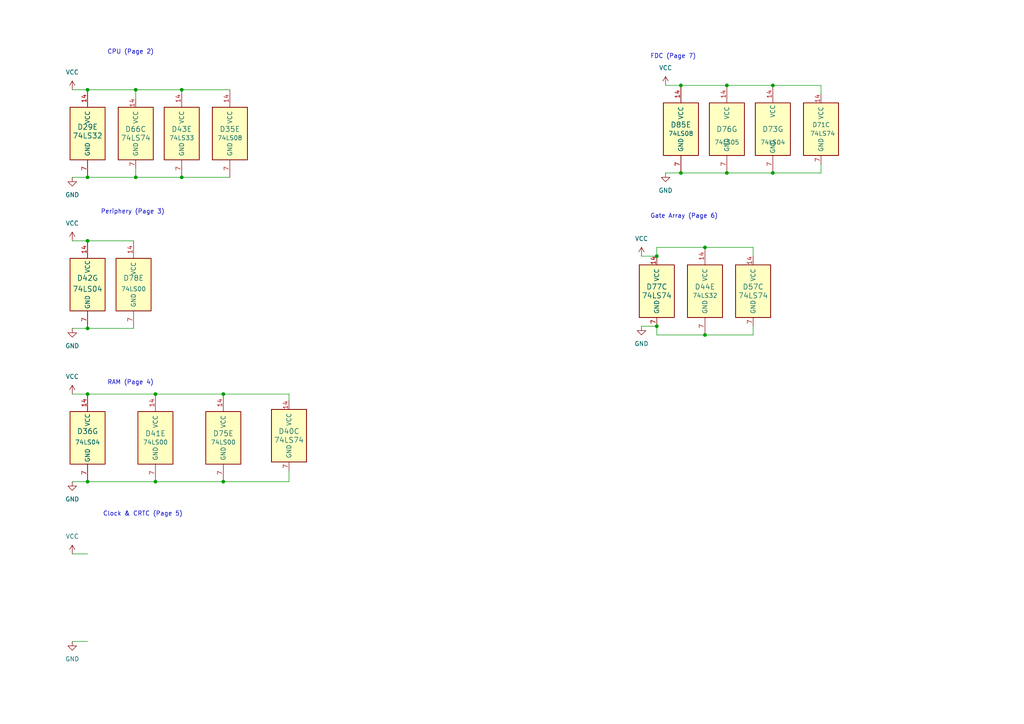
<source format=kicad_sch>
(kicad_sch (version 20211123) (generator eeschema)

  (uuid 22042d8e-f049-4a22-bbfe-bf2a107e0edc)

  (paper "A4")

  (title_block
    (title "IC Power unit")
    (date "1994-01-04")
    (company "Patisonic")
    (comment 1 "Restored by Alexander Molodtsov")
    (comment 2 "Western version by Alessio Iodice")
    (comment 3 "Aleste 520EX")
  )

  (lib_symbols
    (symbol "74xx:74LS00" (pin_names (offset 1.016)) (in_bom yes) (on_board yes)
      (property "Reference" "U" (id 0) (at 0 1.27 0)
        (effects (font (size 1.27 1.27)))
      )
      (property "Value" "74LS00" (id 1) (at 0 -1.27 0)
        (effects (font (size 1.27 1.27)))
      )
      (property "Footprint" "" (id 2) (at 0 0 0)
        (effects (font (size 1.27 1.27)) hide)
      )
      (property "Datasheet" "http://www.ti.com/lit/gpn/sn74ls00" (id 3) (at 0 0 0)
        (effects (font (size 1.27 1.27)) hide)
      )
      (property "ki_locked" "" (id 4) (at 0 0 0)
        (effects (font (size 1.27 1.27)))
      )
      (property "ki_keywords" "TTL nand 2-input" (id 5) (at 0 0 0)
        (effects (font (size 1.27 1.27)) hide)
      )
      (property "ki_description" "quad 2-input NAND gate" (id 6) (at 0 0 0)
        (effects (font (size 1.27 1.27)) hide)
      )
      (property "ki_fp_filters" "DIP*W7.62mm* SO14*" (id 7) (at 0 0 0)
        (effects (font (size 1.27 1.27)) hide)
      )
      (symbol "74LS00_1_1"
        (arc (start 0 -3.81) (mid 3.81 0) (end 0 3.81)
          (stroke (width 0.254) (type default) (color 0 0 0 0))
          (fill (type background))
        )
        (polyline
          (pts
            (xy 0 3.81)
            (xy -3.81 3.81)
            (xy -3.81 -3.81)
            (xy 0 -3.81)
          )
          (stroke (width 0.254) (type default) (color 0 0 0 0))
          (fill (type background))
        )
        (pin input line (at -7.62 2.54 0) (length 3.81)
          (name "~" (effects (font (size 1.27 1.27))))
          (number "1" (effects (font (size 1.27 1.27))))
        )
        (pin input line (at -7.62 -2.54 0) (length 3.81)
          (name "~" (effects (font (size 1.27 1.27))))
          (number "2" (effects (font (size 1.27 1.27))))
        )
        (pin output inverted (at 7.62 0 180) (length 3.81)
          (name "~" (effects (font (size 1.27 1.27))))
          (number "3" (effects (font (size 1.27 1.27))))
        )
      )
      (symbol "74LS00_1_2"
        (arc (start -3.81 -3.81) (mid -2.589 0) (end -3.81 3.81)
          (stroke (width 0.254) (type default) (color 0 0 0 0))
          (fill (type none))
        )
        (arc (start -0.6096 -3.81) (mid 2.1842 -2.5851) (end 3.81 0)
          (stroke (width 0.254) (type default) (color 0 0 0 0))
          (fill (type background))
        )
        (polyline
          (pts
            (xy -3.81 -3.81)
            (xy -0.635 -3.81)
          )
          (stroke (width 0.254) (type default) (color 0 0 0 0))
          (fill (type background))
        )
        (polyline
          (pts
            (xy -3.81 3.81)
            (xy -0.635 3.81)
          )
          (stroke (width 0.254) (type default) (color 0 0 0 0))
          (fill (type background))
        )
        (polyline
          (pts
            (xy -0.635 3.81)
            (xy -3.81 3.81)
            (xy -3.81 3.81)
            (xy -3.556 3.4036)
            (xy -3.0226 2.2606)
            (xy -2.6924 1.0414)
            (xy -2.6162 -0.254)
            (xy -2.7686 -1.4986)
            (xy -3.175 -2.7178)
            (xy -3.81 -3.81)
            (xy -3.81 -3.81)
            (xy -0.635 -3.81)
          )
          (stroke (width -25.4) (type default) (color 0 0 0 0))
          (fill (type background))
        )
        (arc (start 3.81 0) (mid 2.1915 2.5936) (end -0.6096 3.81)
          (stroke (width 0.254) (type default) (color 0 0 0 0))
          (fill (type background))
        )
        (pin input inverted (at -7.62 2.54 0) (length 4.318)
          (name "~" (effects (font (size 1.27 1.27))))
          (number "1" (effects (font (size 1.27 1.27))))
        )
        (pin input inverted (at -7.62 -2.54 0) (length 4.318)
          (name "~" (effects (font (size 1.27 1.27))))
          (number "2" (effects (font (size 1.27 1.27))))
        )
        (pin output line (at 7.62 0 180) (length 3.81)
          (name "~" (effects (font (size 1.27 1.27))))
          (number "3" (effects (font (size 1.27 1.27))))
        )
      )
      (symbol "74LS00_2_1"
        (arc (start 0 -3.81) (mid 3.81 0) (end 0 3.81)
          (stroke (width 0.254) (type default) (color 0 0 0 0))
          (fill (type background))
        )
        (polyline
          (pts
            (xy 0 3.81)
            (xy -3.81 3.81)
            (xy -3.81 -3.81)
            (xy 0 -3.81)
          )
          (stroke (width 0.254) (type default) (color 0 0 0 0))
          (fill (type background))
        )
        (pin input line (at -7.62 2.54 0) (length 3.81)
          (name "~" (effects (font (size 1.27 1.27))))
          (number "4" (effects (font (size 1.27 1.27))))
        )
        (pin input line (at -7.62 -2.54 0) (length 3.81)
          (name "~" (effects (font (size 1.27 1.27))))
          (number "5" (effects (font (size 1.27 1.27))))
        )
        (pin output inverted (at 7.62 0 180) (length 3.81)
          (name "~" (effects (font (size 1.27 1.27))))
          (number "6" (effects (font (size 1.27 1.27))))
        )
      )
      (symbol "74LS00_2_2"
        (arc (start -3.81 -3.81) (mid -2.589 0) (end -3.81 3.81)
          (stroke (width 0.254) (type default) (color 0 0 0 0))
          (fill (type none))
        )
        (arc (start -0.6096 -3.81) (mid 2.1842 -2.5851) (end 3.81 0)
          (stroke (width 0.254) (type default) (color 0 0 0 0))
          (fill (type background))
        )
        (polyline
          (pts
            (xy -3.81 -3.81)
            (xy -0.635 -3.81)
          )
          (stroke (width 0.254) (type default) (color 0 0 0 0))
          (fill (type background))
        )
        (polyline
          (pts
            (xy -3.81 3.81)
            (xy -0.635 3.81)
          )
          (stroke (width 0.254) (type default) (color 0 0 0 0))
          (fill (type background))
        )
        (polyline
          (pts
            (xy -0.635 3.81)
            (xy -3.81 3.81)
            (xy -3.81 3.81)
            (xy -3.556 3.4036)
            (xy -3.0226 2.2606)
            (xy -2.6924 1.0414)
            (xy -2.6162 -0.254)
            (xy -2.7686 -1.4986)
            (xy -3.175 -2.7178)
            (xy -3.81 -3.81)
            (xy -3.81 -3.81)
            (xy -0.635 -3.81)
          )
          (stroke (width -25.4) (type default) (color 0 0 0 0))
          (fill (type background))
        )
        (arc (start 3.81 0) (mid 2.1915 2.5936) (end -0.6096 3.81)
          (stroke (width 0.254) (type default) (color 0 0 0 0))
          (fill (type background))
        )
        (pin input inverted (at -7.62 2.54 0) (length 4.318)
          (name "~" (effects (font (size 1.27 1.27))))
          (number "4" (effects (font (size 1.27 1.27))))
        )
        (pin input inverted (at -7.62 -2.54 0) (length 4.318)
          (name "~" (effects (font (size 1.27 1.27))))
          (number "5" (effects (font (size 1.27 1.27))))
        )
        (pin output line (at 7.62 0 180) (length 3.81)
          (name "~" (effects (font (size 1.27 1.27))))
          (number "6" (effects (font (size 1.27 1.27))))
        )
      )
      (symbol "74LS00_3_1"
        (arc (start 0 -3.81) (mid 3.81 0) (end 0 3.81)
          (stroke (width 0.254) (type default) (color 0 0 0 0))
          (fill (type background))
        )
        (polyline
          (pts
            (xy 0 3.81)
            (xy -3.81 3.81)
            (xy -3.81 -3.81)
            (xy 0 -3.81)
          )
          (stroke (width 0.254) (type default) (color 0 0 0 0))
          (fill (type background))
        )
        (pin input line (at -7.62 -2.54 0) (length 3.81)
          (name "~" (effects (font (size 1.27 1.27))))
          (number "10" (effects (font (size 1.27 1.27))))
        )
        (pin output inverted (at 7.62 0 180) (length 3.81)
          (name "~" (effects (font (size 1.27 1.27))))
          (number "8" (effects (font (size 1.27 1.27))))
        )
        (pin input line (at -7.62 2.54 0) (length 3.81)
          (name "~" (effects (font (size 1.27 1.27))))
          (number "9" (effects (font (size 1.27 1.27))))
        )
      )
      (symbol "74LS00_3_2"
        (arc (start -3.81 -3.81) (mid -2.589 0) (end -3.81 3.81)
          (stroke (width 0.254) (type default) (color 0 0 0 0))
          (fill (type none))
        )
        (arc (start -0.6096 -3.81) (mid 2.1842 -2.5851) (end 3.81 0)
          (stroke (width 0.254) (type default) (color 0 0 0 0))
          (fill (type background))
        )
        (polyline
          (pts
            (xy -3.81 -3.81)
            (xy -0.635 -3.81)
          )
          (stroke (width 0.254) (type default) (color 0 0 0 0))
          (fill (type background))
        )
        (polyline
          (pts
            (xy -3.81 3.81)
            (xy -0.635 3.81)
          )
          (stroke (width 0.254) (type default) (color 0 0 0 0))
          (fill (type background))
        )
        (polyline
          (pts
            (xy -0.635 3.81)
            (xy -3.81 3.81)
            (xy -3.81 3.81)
            (xy -3.556 3.4036)
            (xy -3.0226 2.2606)
            (xy -2.6924 1.0414)
            (xy -2.6162 -0.254)
            (xy -2.7686 -1.4986)
            (xy -3.175 -2.7178)
            (xy -3.81 -3.81)
            (xy -3.81 -3.81)
            (xy -0.635 -3.81)
          )
          (stroke (width -25.4) (type default) (color 0 0 0 0))
          (fill (type background))
        )
        (arc (start 3.81 0) (mid 2.1915 2.5936) (end -0.6096 3.81)
          (stroke (width 0.254) (type default) (color 0 0 0 0))
          (fill (type background))
        )
        (pin input inverted (at -7.62 -2.54 0) (length 4.318)
          (name "~" (effects (font (size 1.27 1.27))))
          (number "10" (effects (font (size 1.27 1.27))))
        )
        (pin output line (at 7.62 0 180) (length 3.81)
          (name "~" (effects (font (size 1.27 1.27))))
          (number "8" (effects (font (size 1.27 1.27))))
        )
        (pin input inverted (at -7.62 2.54 0) (length 4.318)
          (name "~" (effects (font (size 1.27 1.27))))
          (number "9" (effects (font (size 1.27 1.27))))
        )
      )
      (symbol "74LS00_4_1"
        (arc (start 0 -3.81) (mid 3.81 0) (end 0 3.81)
          (stroke (width 0.254) (type default) (color 0 0 0 0))
          (fill (type background))
        )
        (polyline
          (pts
            (xy 0 3.81)
            (xy -3.81 3.81)
            (xy -3.81 -3.81)
            (xy 0 -3.81)
          )
          (stroke (width 0.254) (type default) (color 0 0 0 0))
          (fill (type background))
        )
        (pin output inverted (at 7.62 0 180) (length 3.81)
          (name "~" (effects (font (size 1.27 1.27))))
          (number "11" (effects (font (size 1.27 1.27))))
        )
        (pin input line (at -7.62 2.54 0) (length 3.81)
          (name "~" (effects (font (size 1.27 1.27))))
          (number "12" (effects (font (size 1.27 1.27))))
        )
        (pin input line (at -7.62 -2.54 0) (length 3.81)
          (name "~" (effects (font (size 1.27 1.27))))
          (number "13" (effects (font (size 1.27 1.27))))
        )
      )
      (symbol "74LS00_4_2"
        (arc (start -3.81 -3.81) (mid -2.589 0) (end -3.81 3.81)
          (stroke (width 0.254) (type default) (color 0 0 0 0))
          (fill (type none))
        )
        (arc (start -0.6096 -3.81) (mid 2.1842 -2.5851) (end 3.81 0)
          (stroke (width 0.254) (type default) (color 0 0 0 0))
          (fill (type background))
        )
        (polyline
          (pts
            (xy -3.81 -3.81)
            (xy -0.635 -3.81)
          )
          (stroke (width 0.254) (type default) (color 0 0 0 0))
          (fill (type background))
        )
        (polyline
          (pts
            (xy -3.81 3.81)
            (xy -0.635 3.81)
          )
          (stroke (width 0.254) (type default) (color 0 0 0 0))
          (fill (type background))
        )
        (polyline
          (pts
            (xy -0.635 3.81)
            (xy -3.81 3.81)
            (xy -3.81 3.81)
            (xy -3.556 3.4036)
            (xy -3.0226 2.2606)
            (xy -2.6924 1.0414)
            (xy -2.6162 -0.254)
            (xy -2.7686 -1.4986)
            (xy -3.175 -2.7178)
            (xy -3.81 -3.81)
            (xy -3.81 -3.81)
            (xy -0.635 -3.81)
          )
          (stroke (width -25.4) (type default) (color 0 0 0 0))
          (fill (type background))
        )
        (arc (start 3.81 0) (mid 2.1915 2.5936) (end -0.6096 3.81)
          (stroke (width 0.254) (type default) (color 0 0 0 0))
          (fill (type background))
        )
        (pin output line (at 7.62 0 180) (length 3.81)
          (name "~" (effects (font (size 1.27 1.27))))
          (number "11" (effects (font (size 1.27 1.27))))
        )
        (pin input inverted (at -7.62 2.54 0) (length 4.318)
          (name "~" (effects (font (size 1.27 1.27))))
          (number "12" (effects (font (size 1.27 1.27))))
        )
        (pin input inverted (at -7.62 -2.54 0) (length 4.318)
          (name "~" (effects (font (size 1.27 1.27))))
          (number "13" (effects (font (size 1.27 1.27))))
        )
      )
      (symbol "74LS00_5_0"
        (pin power_in line (at 0 12.7 270) (length 5.08)
          (name "VCC" (effects (font (size 1.27 1.27))))
          (number "14" (effects (font (size 1.27 1.27))))
        )
        (pin power_in line (at 0 -12.7 90) (length 5.08)
          (name "GND" (effects (font (size 1.27 1.27))))
          (number "7" (effects (font (size 1.27 1.27))))
        )
      )
      (symbol "74LS00_5_1"
        (rectangle (start -5.08 7.62) (end 5.08 -7.62)
          (stroke (width 0.254) (type default) (color 0 0 0 0))
          (fill (type background))
        )
      )
    )
    (symbol "74xx:74LS04" (in_bom yes) (on_board yes)
      (property "Reference" "U" (id 0) (at 0 1.27 0)
        (effects (font (size 1.27 1.27)))
      )
      (property "Value" "74LS04" (id 1) (at 0 -1.27 0)
        (effects (font (size 1.27 1.27)))
      )
      (property "Footprint" "" (id 2) (at 0 0 0)
        (effects (font (size 1.27 1.27)) hide)
      )
      (property "Datasheet" "http://www.ti.com/lit/gpn/sn74LS04" (id 3) (at 0 0 0)
        (effects (font (size 1.27 1.27)) hide)
      )
      (property "ki_locked" "" (id 4) (at 0 0 0)
        (effects (font (size 1.27 1.27)))
      )
      (property "ki_keywords" "TTL not inv" (id 5) (at 0 0 0)
        (effects (font (size 1.27 1.27)) hide)
      )
      (property "ki_description" "Hex Inverter" (id 6) (at 0 0 0)
        (effects (font (size 1.27 1.27)) hide)
      )
      (property "ki_fp_filters" "DIP*W7.62mm* SSOP?14* TSSOP?14*" (id 7) (at 0 0 0)
        (effects (font (size 1.27 1.27)) hide)
      )
      (symbol "74LS04_1_0"
        (polyline
          (pts
            (xy -3.81 3.81)
            (xy -3.81 -3.81)
            (xy 3.81 0)
            (xy -3.81 3.81)
          )
          (stroke (width 0.254) (type default) (color 0 0 0 0))
          (fill (type background))
        )
        (pin input line (at -7.62 0 0) (length 3.81)
          (name "~" (effects (font (size 1.27 1.27))))
          (number "1" (effects (font (size 1.27 1.27))))
        )
        (pin output inverted (at 7.62 0 180) (length 3.81)
          (name "~" (effects (font (size 1.27 1.27))))
          (number "2" (effects (font (size 1.27 1.27))))
        )
      )
      (symbol "74LS04_2_0"
        (polyline
          (pts
            (xy -3.81 3.81)
            (xy -3.81 -3.81)
            (xy 3.81 0)
            (xy -3.81 3.81)
          )
          (stroke (width 0.254) (type default) (color 0 0 0 0))
          (fill (type background))
        )
        (pin input line (at -7.62 0 0) (length 3.81)
          (name "~" (effects (font (size 1.27 1.27))))
          (number "3" (effects (font (size 1.27 1.27))))
        )
        (pin output inverted (at 7.62 0 180) (length 3.81)
          (name "~" (effects (font (size 1.27 1.27))))
          (number "4" (effects (font (size 1.27 1.27))))
        )
      )
      (symbol "74LS04_3_0"
        (polyline
          (pts
            (xy -3.81 3.81)
            (xy -3.81 -3.81)
            (xy 3.81 0)
            (xy -3.81 3.81)
          )
          (stroke (width 0.254) (type default) (color 0 0 0 0))
          (fill (type background))
        )
        (pin input line (at -7.62 0 0) (length 3.81)
          (name "~" (effects (font (size 1.27 1.27))))
          (number "5" (effects (font (size 1.27 1.27))))
        )
        (pin output inverted (at 7.62 0 180) (length 3.81)
          (name "~" (effects (font (size 1.27 1.27))))
          (number "6" (effects (font (size 1.27 1.27))))
        )
      )
      (symbol "74LS04_4_0"
        (polyline
          (pts
            (xy -3.81 3.81)
            (xy -3.81 -3.81)
            (xy 3.81 0)
            (xy -3.81 3.81)
          )
          (stroke (width 0.254) (type default) (color 0 0 0 0))
          (fill (type background))
        )
        (pin output inverted (at 7.62 0 180) (length 3.81)
          (name "~" (effects (font (size 1.27 1.27))))
          (number "8" (effects (font (size 1.27 1.27))))
        )
        (pin input line (at -7.62 0 0) (length 3.81)
          (name "~" (effects (font (size 1.27 1.27))))
          (number "9" (effects (font (size 1.27 1.27))))
        )
      )
      (symbol "74LS04_5_0"
        (polyline
          (pts
            (xy -3.81 3.81)
            (xy -3.81 -3.81)
            (xy 3.81 0)
            (xy -3.81 3.81)
          )
          (stroke (width 0.254) (type default) (color 0 0 0 0))
          (fill (type background))
        )
        (pin output inverted (at 7.62 0 180) (length 3.81)
          (name "~" (effects (font (size 1.27 1.27))))
          (number "10" (effects (font (size 1.27 1.27))))
        )
        (pin input line (at -7.62 0 0) (length 3.81)
          (name "~" (effects (font (size 1.27 1.27))))
          (number "11" (effects (font (size 1.27 1.27))))
        )
      )
      (symbol "74LS04_6_0"
        (polyline
          (pts
            (xy -3.81 3.81)
            (xy -3.81 -3.81)
            (xy 3.81 0)
            (xy -3.81 3.81)
          )
          (stroke (width 0.254) (type default) (color 0 0 0 0))
          (fill (type background))
        )
        (pin output inverted (at 7.62 0 180) (length 3.81)
          (name "~" (effects (font (size 1.27 1.27))))
          (number "12" (effects (font (size 1.27 1.27))))
        )
        (pin input line (at -7.62 0 0) (length 3.81)
          (name "~" (effects (font (size 1.27 1.27))))
          (number "13" (effects (font (size 1.27 1.27))))
        )
      )
      (symbol "74LS04_7_0"
        (pin power_in line (at 0 12.7 270) (length 5.08)
          (name "VCC" (effects (font (size 1.27 1.27))))
          (number "14" (effects (font (size 1.27 1.27))))
        )
        (pin power_in line (at 0 -12.7 90) (length 5.08)
          (name "GND" (effects (font (size 1.27 1.27))))
          (number "7" (effects (font (size 1.27 1.27))))
        )
      )
      (symbol "74LS04_7_1"
        (rectangle (start -5.08 7.62) (end 5.08 -7.62)
          (stroke (width 0.254) (type default) (color 0 0 0 0))
          (fill (type background))
        )
      )
    )
    (symbol "74xx:74LS05" (pin_names (offset 1.016)) (in_bom yes) (on_board yes)
      (property "Reference" "U" (id 0) (at 0 1.27 0)
        (effects (font (size 1.27 1.27)))
      )
      (property "Value" "74LS05" (id 1) (at 0 -1.27 0)
        (effects (font (size 1.27 1.27)))
      )
      (property "Footprint" "" (id 2) (at 0 0 0)
        (effects (font (size 1.27 1.27)) hide)
      )
      (property "Datasheet" "http://www.ti.com/lit/gpn/sn74LS05" (id 3) (at 0 0 0)
        (effects (font (size 1.27 1.27)) hide)
      )
      (property "ki_locked" "" (id 4) (at 0 0 0)
        (effects (font (size 1.27 1.27)))
      )
      (property "ki_keywords" "TTL not inv OpenCol" (id 5) (at 0 0 0)
        (effects (font (size 1.27 1.27)) hide)
      )
      (property "ki_description" "Inverter Open Collect" (id 6) (at 0 0 0)
        (effects (font (size 1.27 1.27)) hide)
      )
      (property "ki_fp_filters" "DIP*W7.62mm*" (id 7) (at 0 0 0)
        (effects (font (size 1.27 1.27)) hide)
      )
      (symbol "74LS05_1_0"
        (polyline
          (pts
            (xy -3.81 3.81)
            (xy -3.81 -3.81)
            (xy 3.81 0)
            (xy -3.81 3.81)
          )
          (stroke (width 0.254) (type default) (color 0 0 0 0))
          (fill (type background))
        )
        (pin input line (at -7.62 0 0) (length 3.81)
          (name "~" (effects (font (size 1.27 1.27))))
          (number "1" (effects (font (size 1.27 1.27))))
        )
        (pin open_collector inverted (at 7.62 0 180) (length 3.81)
          (name "~" (effects (font (size 1.27 1.27))))
          (number "2" (effects (font (size 1.27 1.27))))
        )
      )
      (symbol "74LS05_2_0"
        (polyline
          (pts
            (xy -3.81 3.81)
            (xy -3.81 -3.81)
            (xy 3.81 0)
            (xy -3.81 3.81)
          )
          (stroke (width 0.254) (type default) (color 0 0 0 0))
          (fill (type background))
        )
        (pin input line (at -7.62 0 0) (length 3.81)
          (name "~" (effects (font (size 1.27 1.27))))
          (number "3" (effects (font (size 1.27 1.27))))
        )
        (pin open_collector inverted (at 7.62 0 180) (length 3.81)
          (name "~" (effects (font (size 1.27 1.27))))
          (number "4" (effects (font (size 1.27 1.27))))
        )
      )
      (symbol "74LS05_3_0"
        (polyline
          (pts
            (xy -3.81 3.81)
            (xy -3.81 -3.81)
            (xy 3.81 0)
            (xy -3.81 3.81)
          )
          (stroke (width 0.254) (type default) (color 0 0 0 0))
          (fill (type background))
        )
        (pin input line (at -7.62 0 0) (length 3.81)
          (name "~" (effects (font (size 1.27 1.27))))
          (number "5" (effects (font (size 1.27 1.27))))
        )
        (pin open_collector inverted (at 7.62 0 180) (length 3.81)
          (name "~" (effects (font (size 1.27 1.27))))
          (number "6" (effects (font (size 1.27 1.27))))
        )
      )
      (symbol "74LS05_4_0"
        (polyline
          (pts
            (xy -3.81 3.81)
            (xy -3.81 -3.81)
            (xy 3.81 0)
            (xy -3.81 3.81)
          )
          (stroke (width 0.254) (type default) (color 0 0 0 0))
          (fill (type background))
        )
        (pin open_collector inverted (at 7.62 0 180) (length 3.81)
          (name "~" (effects (font (size 1.27 1.27))))
          (number "8" (effects (font (size 1.27 1.27))))
        )
        (pin input line (at -7.62 0 0) (length 3.81)
          (name "~" (effects (font (size 1.27 1.27))))
          (number "9" (effects (font (size 1.27 1.27))))
        )
      )
      (symbol "74LS05_5_0"
        (polyline
          (pts
            (xy -3.81 3.81)
            (xy -3.81 -3.81)
            (xy 3.81 0)
            (xy -3.81 3.81)
          )
          (stroke (width 0.254) (type default) (color 0 0 0 0))
          (fill (type background))
        )
        (pin open_collector inverted (at 7.62 0 180) (length 3.81)
          (name "~" (effects (font (size 1.27 1.27))))
          (number "10" (effects (font (size 1.27 1.27))))
        )
        (pin input line (at -7.62 0 0) (length 3.81)
          (name "~" (effects (font (size 1.27 1.27))))
          (number "11" (effects (font (size 1.27 1.27))))
        )
      )
      (symbol "74LS05_6_0"
        (polyline
          (pts
            (xy -3.81 3.81)
            (xy -3.81 -3.81)
            (xy 3.81 0)
            (xy -3.81 3.81)
          )
          (stroke (width 0.254) (type default) (color 0 0 0 0))
          (fill (type background))
        )
        (pin open_collector inverted (at 7.62 0 180) (length 3.81)
          (name "~" (effects (font (size 1.27 1.27))))
          (number "12" (effects (font (size 1.27 1.27))))
        )
        (pin input line (at -7.62 0 0) (length 3.81)
          (name "~" (effects (font (size 1.27 1.27))))
          (number "13" (effects (font (size 1.27 1.27))))
        )
      )
      (symbol "74LS05_7_0"
        (pin power_in line (at 0 12.7 270) (length 5.08)
          (name "VCC" (effects (font (size 1.27 1.27))))
          (number "14" (effects (font (size 1.27 1.27))))
        )
        (pin power_in line (at 0 -12.7 90) (length 5.08)
          (name "GND" (effects (font (size 1.27 1.27))))
          (number "7" (effects (font (size 1.27 1.27))))
        )
      )
      (symbol "74LS05_7_1"
        (rectangle (start -5.08 7.62) (end 5.08 -7.62)
          (stroke (width 0.254) (type default) (color 0 0 0 0))
          (fill (type background))
        )
      )
    )
    (symbol "74xx:74LS08" (pin_names (offset 1.016)) (in_bom yes) (on_board yes)
      (property "Reference" "U" (id 0) (at 0 1.27 0)
        (effects (font (size 1.27 1.27)))
      )
      (property "Value" "74LS08" (id 1) (at 0 -1.27 0)
        (effects (font (size 1.27 1.27)))
      )
      (property "Footprint" "" (id 2) (at 0 0 0)
        (effects (font (size 1.27 1.27)) hide)
      )
      (property "Datasheet" "http://www.ti.com/lit/gpn/sn74LS08" (id 3) (at 0 0 0)
        (effects (font (size 1.27 1.27)) hide)
      )
      (property "ki_locked" "" (id 4) (at 0 0 0)
        (effects (font (size 1.27 1.27)))
      )
      (property "ki_keywords" "TTL and2" (id 5) (at 0 0 0)
        (effects (font (size 1.27 1.27)) hide)
      )
      (property "ki_description" "Quad And2" (id 6) (at 0 0 0)
        (effects (font (size 1.27 1.27)) hide)
      )
      (property "ki_fp_filters" "DIP*W7.62mm*" (id 7) (at 0 0 0)
        (effects (font (size 1.27 1.27)) hide)
      )
      (symbol "74LS08_1_1"
        (arc (start 0 -3.81) (mid 3.81 0) (end 0 3.81)
          (stroke (width 0.254) (type default) (color 0 0 0 0))
          (fill (type background))
        )
        (polyline
          (pts
            (xy 0 3.81)
            (xy -3.81 3.81)
            (xy -3.81 -3.81)
            (xy 0 -3.81)
          )
          (stroke (width 0.254) (type default) (color 0 0 0 0))
          (fill (type background))
        )
        (pin input line (at -7.62 2.54 0) (length 3.81)
          (name "~" (effects (font (size 1.27 1.27))))
          (number "1" (effects (font (size 1.27 1.27))))
        )
        (pin input line (at -7.62 -2.54 0) (length 3.81)
          (name "~" (effects (font (size 1.27 1.27))))
          (number "2" (effects (font (size 1.27 1.27))))
        )
        (pin output line (at 7.62 0 180) (length 3.81)
          (name "~" (effects (font (size 1.27 1.27))))
          (number "3" (effects (font (size 1.27 1.27))))
        )
      )
      (symbol "74LS08_1_2"
        (arc (start -3.81 -3.81) (mid -2.589 0) (end -3.81 3.81)
          (stroke (width 0.254) (type default) (color 0 0 0 0))
          (fill (type none))
        )
        (arc (start -0.6096 -3.81) (mid 2.1842 -2.5851) (end 3.81 0)
          (stroke (width 0.254) (type default) (color 0 0 0 0))
          (fill (type background))
        )
        (polyline
          (pts
            (xy -3.81 -3.81)
            (xy -0.635 -3.81)
          )
          (stroke (width 0.254) (type default) (color 0 0 0 0))
          (fill (type background))
        )
        (polyline
          (pts
            (xy -3.81 3.81)
            (xy -0.635 3.81)
          )
          (stroke (width 0.254) (type default) (color 0 0 0 0))
          (fill (type background))
        )
        (polyline
          (pts
            (xy -0.635 3.81)
            (xy -3.81 3.81)
            (xy -3.81 3.81)
            (xy -3.556 3.4036)
            (xy -3.0226 2.2606)
            (xy -2.6924 1.0414)
            (xy -2.6162 -0.254)
            (xy -2.7686 -1.4986)
            (xy -3.175 -2.7178)
            (xy -3.81 -3.81)
            (xy -3.81 -3.81)
            (xy -0.635 -3.81)
          )
          (stroke (width -25.4) (type default) (color 0 0 0 0))
          (fill (type background))
        )
        (arc (start 3.81 0) (mid 2.1915 2.5936) (end -0.6096 3.81)
          (stroke (width 0.254) (type default) (color 0 0 0 0))
          (fill (type background))
        )
        (pin input inverted (at -7.62 2.54 0) (length 4.318)
          (name "~" (effects (font (size 1.27 1.27))))
          (number "1" (effects (font (size 1.27 1.27))))
        )
        (pin input inverted (at -7.62 -2.54 0) (length 4.318)
          (name "~" (effects (font (size 1.27 1.27))))
          (number "2" (effects (font (size 1.27 1.27))))
        )
        (pin output inverted (at 7.62 0 180) (length 3.81)
          (name "~" (effects (font (size 1.27 1.27))))
          (number "3" (effects (font (size 1.27 1.27))))
        )
      )
      (symbol "74LS08_2_1"
        (arc (start 0 -3.81) (mid 3.81 0) (end 0 3.81)
          (stroke (width 0.254) (type default) (color 0 0 0 0))
          (fill (type background))
        )
        (polyline
          (pts
            (xy 0 3.81)
            (xy -3.81 3.81)
            (xy -3.81 -3.81)
            (xy 0 -3.81)
          )
          (stroke (width 0.254) (type default) (color 0 0 0 0))
          (fill (type background))
        )
        (pin input line (at -7.62 2.54 0) (length 3.81)
          (name "~" (effects (font (size 1.27 1.27))))
          (number "4" (effects (font (size 1.27 1.27))))
        )
        (pin input line (at -7.62 -2.54 0) (length 3.81)
          (name "~" (effects (font (size 1.27 1.27))))
          (number "5" (effects (font (size 1.27 1.27))))
        )
        (pin output line (at 7.62 0 180) (length 3.81)
          (name "~" (effects (font (size 1.27 1.27))))
          (number "6" (effects (font (size 1.27 1.27))))
        )
      )
      (symbol "74LS08_2_2"
        (arc (start -3.81 -3.81) (mid -2.589 0) (end -3.81 3.81)
          (stroke (width 0.254) (type default) (color 0 0 0 0))
          (fill (type none))
        )
        (arc (start -0.6096 -3.81) (mid 2.1842 -2.5851) (end 3.81 0)
          (stroke (width 0.254) (type default) (color 0 0 0 0))
          (fill (type background))
        )
        (polyline
          (pts
            (xy -3.81 -3.81)
            (xy -0.635 -3.81)
          )
          (stroke (width 0.254) (type default) (color 0 0 0 0))
          (fill (type background))
        )
        (polyline
          (pts
            (xy -3.81 3.81)
            (xy -0.635 3.81)
          )
          (stroke (width 0.254) (type default) (color 0 0 0 0))
          (fill (type background))
        )
        (polyline
          (pts
            (xy -0.635 3.81)
            (xy -3.81 3.81)
            (xy -3.81 3.81)
            (xy -3.556 3.4036)
            (xy -3.0226 2.2606)
            (xy -2.6924 1.0414)
            (xy -2.6162 -0.254)
            (xy -2.7686 -1.4986)
            (xy -3.175 -2.7178)
            (xy -3.81 -3.81)
            (xy -3.81 -3.81)
            (xy -0.635 -3.81)
          )
          (stroke (width -25.4) (type default) (color 0 0 0 0))
          (fill (type background))
        )
        (arc (start 3.81 0) (mid 2.1915 2.5936) (end -0.6096 3.81)
          (stroke (width 0.254) (type default) (color 0 0 0 0))
          (fill (type background))
        )
        (pin input inverted (at -7.62 2.54 0) (length 4.318)
          (name "~" (effects (font (size 1.27 1.27))))
          (number "4" (effects (font (size 1.27 1.27))))
        )
        (pin input inverted (at -7.62 -2.54 0) (length 4.318)
          (name "~" (effects (font (size 1.27 1.27))))
          (number "5" (effects (font (size 1.27 1.27))))
        )
        (pin output inverted (at 7.62 0 180) (length 3.81)
          (name "~" (effects (font (size 1.27 1.27))))
          (number "6" (effects (font (size 1.27 1.27))))
        )
      )
      (symbol "74LS08_3_1"
        (arc (start 0 -3.81) (mid 3.81 0) (end 0 3.81)
          (stroke (width 0.254) (type default) (color 0 0 0 0))
          (fill (type background))
        )
        (polyline
          (pts
            (xy 0 3.81)
            (xy -3.81 3.81)
            (xy -3.81 -3.81)
            (xy 0 -3.81)
          )
          (stroke (width 0.254) (type default) (color 0 0 0 0))
          (fill (type background))
        )
        (pin input line (at -7.62 -2.54 0) (length 3.81)
          (name "~" (effects (font (size 1.27 1.27))))
          (number "10" (effects (font (size 1.27 1.27))))
        )
        (pin output line (at 7.62 0 180) (length 3.81)
          (name "~" (effects (font (size 1.27 1.27))))
          (number "8" (effects (font (size 1.27 1.27))))
        )
        (pin input line (at -7.62 2.54 0) (length 3.81)
          (name "~" (effects (font (size 1.27 1.27))))
          (number "9" (effects (font (size 1.27 1.27))))
        )
      )
      (symbol "74LS08_3_2"
        (arc (start -3.81 -3.81) (mid -2.589 0) (end -3.81 3.81)
          (stroke (width 0.254) (type default) (color 0 0 0 0))
          (fill (type none))
        )
        (arc (start -0.6096 -3.81) (mid 2.1842 -2.5851) (end 3.81 0)
          (stroke (width 0.254) (type default) (color 0 0 0 0))
          (fill (type background))
        )
        (polyline
          (pts
            (xy -3.81 -3.81)
            (xy -0.635 -3.81)
          )
          (stroke (width 0.254) (type default) (color 0 0 0 0))
          (fill (type background))
        )
        (polyline
          (pts
            (xy -3.81 3.81)
            (xy -0.635 3.81)
          )
          (stroke (width 0.254) (type default) (color 0 0 0 0))
          (fill (type background))
        )
        (polyline
          (pts
            (xy -0.635 3.81)
            (xy -3.81 3.81)
            (xy -3.81 3.81)
            (xy -3.556 3.4036)
            (xy -3.0226 2.2606)
            (xy -2.6924 1.0414)
            (xy -2.6162 -0.254)
            (xy -2.7686 -1.4986)
            (xy -3.175 -2.7178)
            (xy -3.81 -3.81)
            (xy -3.81 -3.81)
            (xy -0.635 -3.81)
          )
          (stroke (width -25.4) (type default) (color 0 0 0 0))
          (fill (type background))
        )
        (arc (start 3.81 0) (mid 2.1915 2.5936) (end -0.6096 3.81)
          (stroke (width 0.254) (type default) (color 0 0 0 0))
          (fill (type background))
        )
        (pin input inverted (at -7.62 -2.54 0) (length 4.318)
          (name "~" (effects (font (size 1.27 1.27))))
          (number "10" (effects (font (size 1.27 1.27))))
        )
        (pin output inverted (at 7.62 0 180) (length 3.81)
          (name "~" (effects (font (size 1.27 1.27))))
          (number "8" (effects (font (size 1.27 1.27))))
        )
        (pin input inverted (at -7.62 2.54 0) (length 4.318)
          (name "~" (effects (font (size 1.27 1.27))))
          (number "9" (effects (font (size 1.27 1.27))))
        )
      )
      (symbol "74LS08_4_1"
        (arc (start 0 -3.81) (mid 3.81 0) (end 0 3.81)
          (stroke (width 0.254) (type default) (color 0 0 0 0))
          (fill (type background))
        )
        (polyline
          (pts
            (xy 0 3.81)
            (xy -3.81 3.81)
            (xy -3.81 -3.81)
            (xy 0 -3.81)
          )
          (stroke (width 0.254) (type default) (color 0 0 0 0))
          (fill (type background))
        )
        (pin output line (at 7.62 0 180) (length 3.81)
          (name "~" (effects (font (size 1.27 1.27))))
          (number "11" (effects (font (size 1.27 1.27))))
        )
        (pin input line (at -7.62 2.54 0) (length 3.81)
          (name "~" (effects (font (size 1.27 1.27))))
          (number "12" (effects (font (size 1.27 1.27))))
        )
        (pin input line (at -7.62 -2.54 0) (length 3.81)
          (name "~" (effects (font (size 1.27 1.27))))
          (number "13" (effects (font (size 1.27 1.27))))
        )
      )
      (symbol "74LS08_4_2"
        (arc (start -3.81 -3.81) (mid -2.589 0) (end -3.81 3.81)
          (stroke (width 0.254) (type default) (color 0 0 0 0))
          (fill (type none))
        )
        (arc (start -0.6096 -3.81) (mid 2.1842 -2.5851) (end 3.81 0)
          (stroke (width 0.254) (type default) (color 0 0 0 0))
          (fill (type background))
        )
        (polyline
          (pts
            (xy -3.81 -3.81)
            (xy -0.635 -3.81)
          )
          (stroke (width 0.254) (type default) (color 0 0 0 0))
          (fill (type background))
        )
        (polyline
          (pts
            (xy -3.81 3.81)
            (xy -0.635 3.81)
          )
          (stroke (width 0.254) (type default) (color 0 0 0 0))
          (fill (type background))
        )
        (polyline
          (pts
            (xy -0.635 3.81)
            (xy -3.81 3.81)
            (xy -3.81 3.81)
            (xy -3.556 3.4036)
            (xy -3.0226 2.2606)
            (xy -2.6924 1.0414)
            (xy -2.6162 -0.254)
            (xy -2.7686 -1.4986)
            (xy -3.175 -2.7178)
            (xy -3.81 -3.81)
            (xy -3.81 -3.81)
            (xy -0.635 -3.81)
          )
          (stroke (width -25.4) (type default) (color 0 0 0 0))
          (fill (type background))
        )
        (arc (start 3.81 0) (mid 2.1915 2.5936) (end -0.6096 3.81)
          (stroke (width 0.254) (type default) (color 0 0 0 0))
          (fill (type background))
        )
        (pin output inverted (at 7.62 0 180) (length 3.81)
          (name "~" (effects (font (size 1.27 1.27))))
          (number "11" (effects (font (size 1.27 1.27))))
        )
        (pin input inverted (at -7.62 2.54 0) (length 4.318)
          (name "~" (effects (font (size 1.27 1.27))))
          (number "12" (effects (font (size 1.27 1.27))))
        )
        (pin input inverted (at -7.62 -2.54 0) (length 4.318)
          (name "~" (effects (font (size 1.27 1.27))))
          (number "13" (effects (font (size 1.27 1.27))))
        )
      )
      (symbol "74LS08_5_0"
        (pin power_in line (at 0 12.7 270) (length 5.08)
          (name "VCC" (effects (font (size 1.27 1.27))))
          (number "14" (effects (font (size 1.27 1.27))))
        )
        (pin power_in line (at 0 -12.7 90) (length 5.08)
          (name "GND" (effects (font (size 1.27 1.27))))
          (number "7" (effects (font (size 1.27 1.27))))
        )
      )
      (symbol "74LS08_5_1"
        (rectangle (start -5.08 7.62) (end 5.08 -7.62)
          (stroke (width 0.254) (type default) (color 0 0 0 0))
          (fill (type background))
        )
      )
    )
    (symbol "74xx:74LS32" (pin_names (offset 1.016)) (in_bom yes) (on_board yes)
      (property "Reference" "U" (id 0) (at 0 1.27 0)
        (effects (font (size 1.27 1.27)))
      )
      (property "Value" "74LS32" (id 1) (at 0 -1.27 0)
        (effects (font (size 1.27 1.27)))
      )
      (property "Footprint" "" (id 2) (at 0 0 0)
        (effects (font (size 1.27 1.27)) hide)
      )
      (property "Datasheet" "http://www.ti.com/lit/gpn/sn74LS32" (id 3) (at 0 0 0)
        (effects (font (size 1.27 1.27)) hide)
      )
      (property "ki_locked" "" (id 4) (at 0 0 0)
        (effects (font (size 1.27 1.27)))
      )
      (property "ki_keywords" "TTL Or2" (id 5) (at 0 0 0)
        (effects (font (size 1.27 1.27)) hide)
      )
      (property "ki_description" "Quad 2-input OR" (id 6) (at 0 0 0)
        (effects (font (size 1.27 1.27)) hide)
      )
      (property "ki_fp_filters" "DIP?14*" (id 7) (at 0 0 0)
        (effects (font (size 1.27 1.27)) hide)
      )
      (symbol "74LS32_1_1"
        (arc (start -3.81 -3.81) (mid -2.589 0) (end -3.81 3.81)
          (stroke (width 0.254) (type default) (color 0 0 0 0))
          (fill (type none))
        )
        (arc (start -0.6096 -3.81) (mid 2.1842 -2.5851) (end 3.81 0)
          (stroke (width 0.254) (type default) (color 0 0 0 0))
          (fill (type background))
        )
        (polyline
          (pts
            (xy -3.81 -3.81)
            (xy -0.635 -3.81)
          )
          (stroke (width 0.254) (type default) (color 0 0 0 0))
          (fill (type background))
        )
        (polyline
          (pts
            (xy -3.81 3.81)
            (xy -0.635 3.81)
          )
          (stroke (width 0.254) (type default) (color 0 0 0 0))
          (fill (type background))
        )
        (polyline
          (pts
            (xy -0.635 3.81)
            (xy -3.81 3.81)
            (xy -3.81 3.81)
            (xy -3.556 3.4036)
            (xy -3.0226 2.2606)
            (xy -2.6924 1.0414)
            (xy -2.6162 -0.254)
            (xy -2.7686 -1.4986)
            (xy -3.175 -2.7178)
            (xy -3.81 -3.81)
            (xy -3.81 -3.81)
            (xy -0.635 -3.81)
          )
          (stroke (width -25.4) (type default) (color 0 0 0 0))
          (fill (type background))
        )
        (arc (start 3.81 0) (mid 2.1915 2.5936) (end -0.6096 3.81)
          (stroke (width 0.254) (type default) (color 0 0 0 0))
          (fill (type background))
        )
        (pin input line (at -7.62 2.54 0) (length 4.318)
          (name "~" (effects (font (size 1.27 1.27))))
          (number "1" (effects (font (size 1.27 1.27))))
        )
        (pin input line (at -7.62 -2.54 0) (length 4.318)
          (name "~" (effects (font (size 1.27 1.27))))
          (number "2" (effects (font (size 1.27 1.27))))
        )
        (pin output line (at 7.62 0 180) (length 3.81)
          (name "~" (effects (font (size 1.27 1.27))))
          (number "3" (effects (font (size 1.27 1.27))))
        )
      )
      (symbol "74LS32_1_2"
        (arc (start 0 -3.81) (mid 3.81 0) (end 0 3.81)
          (stroke (width 0.254) (type default) (color 0 0 0 0))
          (fill (type background))
        )
        (polyline
          (pts
            (xy 0 3.81)
            (xy -3.81 3.81)
            (xy -3.81 -3.81)
            (xy 0 -3.81)
          )
          (stroke (width 0.254) (type default) (color 0 0 0 0))
          (fill (type background))
        )
        (pin input inverted (at -7.62 2.54 0) (length 3.81)
          (name "~" (effects (font (size 1.27 1.27))))
          (number "1" (effects (font (size 1.27 1.27))))
        )
        (pin input inverted (at -7.62 -2.54 0) (length 3.81)
          (name "~" (effects (font (size 1.27 1.27))))
          (number "2" (effects (font (size 1.27 1.27))))
        )
        (pin output inverted (at 7.62 0 180) (length 3.81)
          (name "~" (effects (font (size 1.27 1.27))))
          (number "3" (effects (font (size 1.27 1.27))))
        )
      )
      (symbol "74LS32_2_1"
        (arc (start -3.81 -3.81) (mid -2.589 0) (end -3.81 3.81)
          (stroke (width 0.254) (type default) (color 0 0 0 0))
          (fill (type none))
        )
        (arc (start -0.6096 -3.81) (mid 2.1842 -2.5851) (end 3.81 0)
          (stroke (width 0.254) (type default) (color 0 0 0 0))
          (fill (type background))
        )
        (polyline
          (pts
            (xy -3.81 -3.81)
            (xy -0.635 -3.81)
          )
          (stroke (width 0.254) (type default) (color 0 0 0 0))
          (fill (type background))
        )
        (polyline
          (pts
            (xy -3.81 3.81)
            (xy -0.635 3.81)
          )
          (stroke (width 0.254) (type default) (color 0 0 0 0))
          (fill (type background))
        )
        (polyline
          (pts
            (xy -0.635 3.81)
            (xy -3.81 3.81)
            (xy -3.81 3.81)
            (xy -3.556 3.4036)
            (xy -3.0226 2.2606)
            (xy -2.6924 1.0414)
            (xy -2.6162 -0.254)
            (xy -2.7686 -1.4986)
            (xy -3.175 -2.7178)
            (xy -3.81 -3.81)
            (xy -3.81 -3.81)
            (xy -0.635 -3.81)
          )
          (stroke (width -25.4) (type default) (color 0 0 0 0))
          (fill (type background))
        )
        (arc (start 3.81 0) (mid 2.1915 2.5936) (end -0.6096 3.81)
          (stroke (width 0.254) (type default) (color 0 0 0 0))
          (fill (type background))
        )
        (pin input line (at -7.62 2.54 0) (length 4.318)
          (name "~" (effects (font (size 1.27 1.27))))
          (number "4" (effects (font (size 1.27 1.27))))
        )
        (pin input line (at -7.62 -2.54 0) (length 4.318)
          (name "~" (effects (font (size 1.27 1.27))))
          (number "5" (effects (font (size 1.27 1.27))))
        )
        (pin output line (at 7.62 0 180) (length 3.81)
          (name "~" (effects (font (size 1.27 1.27))))
          (number "6" (effects (font (size 1.27 1.27))))
        )
      )
      (symbol "74LS32_2_2"
        (arc (start 0 -3.81) (mid 3.81 0) (end 0 3.81)
          (stroke (width 0.254) (type default) (color 0 0 0 0))
          (fill (type background))
        )
        (polyline
          (pts
            (xy 0 3.81)
            (xy -3.81 3.81)
            (xy -3.81 -3.81)
            (xy 0 -3.81)
          )
          (stroke (width 0.254) (type default) (color 0 0 0 0))
          (fill (type background))
        )
        (pin input inverted (at -7.62 2.54 0) (length 3.81)
          (name "~" (effects (font (size 1.27 1.27))))
          (number "4" (effects (font (size 1.27 1.27))))
        )
        (pin input inverted (at -7.62 -2.54 0) (length 3.81)
          (name "~" (effects (font (size 1.27 1.27))))
          (number "5" (effects (font (size 1.27 1.27))))
        )
        (pin output inverted (at 7.62 0 180) (length 3.81)
          (name "~" (effects (font (size 1.27 1.27))))
          (number "6" (effects (font (size 1.27 1.27))))
        )
      )
      (symbol "74LS32_3_1"
        (arc (start -3.81 -3.81) (mid -2.589 0) (end -3.81 3.81)
          (stroke (width 0.254) (type default) (color 0 0 0 0))
          (fill (type none))
        )
        (arc (start -0.6096 -3.81) (mid 2.1842 -2.5851) (end 3.81 0)
          (stroke (width 0.254) (type default) (color 0 0 0 0))
          (fill (type background))
        )
        (polyline
          (pts
            (xy -3.81 -3.81)
            (xy -0.635 -3.81)
          )
          (stroke (width 0.254) (type default) (color 0 0 0 0))
          (fill (type background))
        )
        (polyline
          (pts
            (xy -3.81 3.81)
            (xy -0.635 3.81)
          )
          (stroke (width 0.254) (type default) (color 0 0 0 0))
          (fill (type background))
        )
        (polyline
          (pts
            (xy -0.635 3.81)
            (xy -3.81 3.81)
            (xy -3.81 3.81)
            (xy -3.556 3.4036)
            (xy -3.0226 2.2606)
            (xy -2.6924 1.0414)
            (xy -2.6162 -0.254)
            (xy -2.7686 -1.4986)
            (xy -3.175 -2.7178)
            (xy -3.81 -3.81)
            (xy -3.81 -3.81)
            (xy -0.635 -3.81)
          )
          (stroke (width -25.4) (type default) (color 0 0 0 0))
          (fill (type background))
        )
        (arc (start 3.81 0) (mid 2.1915 2.5936) (end -0.6096 3.81)
          (stroke (width 0.254) (type default) (color 0 0 0 0))
          (fill (type background))
        )
        (pin input line (at -7.62 -2.54 0) (length 4.318)
          (name "~" (effects (font (size 1.27 1.27))))
          (number "10" (effects (font (size 1.27 1.27))))
        )
        (pin output line (at 7.62 0 180) (length 3.81)
          (name "~" (effects (font (size 1.27 1.27))))
          (number "8" (effects (font (size 1.27 1.27))))
        )
        (pin input line (at -7.62 2.54 0) (length 4.318)
          (name "~" (effects (font (size 1.27 1.27))))
          (number "9" (effects (font (size 1.27 1.27))))
        )
      )
      (symbol "74LS32_3_2"
        (arc (start 0 -3.81) (mid 3.81 0) (end 0 3.81)
          (stroke (width 0.254) (type default) (color 0 0 0 0))
          (fill (type background))
        )
        (polyline
          (pts
            (xy 0 3.81)
            (xy -3.81 3.81)
            (xy -3.81 -3.81)
            (xy 0 -3.81)
          )
          (stroke (width 0.254) (type default) (color 0 0 0 0))
          (fill (type background))
        )
        (pin input inverted (at -7.62 -2.54 0) (length 3.81)
          (name "~" (effects (font (size 1.27 1.27))))
          (number "10" (effects (font (size 1.27 1.27))))
        )
        (pin output inverted (at 7.62 0 180) (length 3.81)
          (name "~" (effects (font (size 1.27 1.27))))
          (number "8" (effects (font (size 1.27 1.27))))
        )
        (pin input inverted (at -7.62 2.54 0) (length 3.81)
          (name "~" (effects (font (size 1.27 1.27))))
          (number "9" (effects (font (size 1.27 1.27))))
        )
      )
      (symbol "74LS32_4_1"
        (arc (start -3.81 -3.81) (mid -2.589 0) (end -3.81 3.81)
          (stroke (width 0.254) (type default) (color 0 0 0 0))
          (fill (type none))
        )
        (arc (start -0.6096 -3.81) (mid 2.1842 -2.5851) (end 3.81 0)
          (stroke (width 0.254) (type default) (color 0 0 0 0))
          (fill (type background))
        )
        (polyline
          (pts
            (xy -3.81 -3.81)
            (xy -0.635 -3.81)
          )
          (stroke (width 0.254) (type default) (color 0 0 0 0))
          (fill (type background))
        )
        (polyline
          (pts
            (xy -3.81 3.81)
            (xy -0.635 3.81)
          )
          (stroke (width 0.254) (type default) (color 0 0 0 0))
          (fill (type background))
        )
        (polyline
          (pts
            (xy -0.635 3.81)
            (xy -3.81 3.81)
            (xy -3.81 3.81)
            (xy -3.556 3.4036)
            (xy -3.0226 2.2606)
            (xy -2.6924 1.0414)
            (xy -2.6162 -0.254)
            (xy -2.7686 -1.4986)
            (xy -3.175 -2.7178)
            (xy -3.81 -3.81)
            (xy -3.81 -3.81)
            (xy -0.635 -3.81)
          )
          (stroke (width -25.4) (type default) (color 0 0 0 0))
          (fill (type background))
        )
        (arc (start 3.81 0) (mid 2.1915 2.5936) (end -0.6096 3.81)
          (stroke (width 0.254) (type default) (color 0 0 0 0))
          (fill (type background))
        )
        (pin output line (at 7.62 0 180) (length 3.81)
          (name "~" (effects (font (size 1.27 1.27))))
          (number "11" (effects (font (size 1.27 1.27))))
        )
        (pin input line (at -7.62 2.54 0) (length 4.318)
          (name "~" (effects (font (size 1.27 1.27))))
          (number "12" (effects (font (size 1.27 1.27))))
        )
        (pin input line (at -7.62 -2.54 0) (length 4.318)
          (name "~" (effects (font (size 1.27 1.27))))
          (number "13" (effects (font (size 1.27 1.27))))
        )
      )
      (symbol "74LS32_4_2"
        (arc (start 0 -3.81) (mid 3.81 0) (end 0 3.81)
          (stroke (width 0.254) (type default) (color 0 0 0 0))
          (fill (type background))
        )
        (polyline
          (pts
            (xy 0 3.81)
            (xy -3.81 3.81)
            (xy -3.81 -3.81)
            (xy 0 -3.81)
          )
          (stroke (width 0.254) (type default) (color 0 0 0 0))
          (fill (type background))
        )
        (pin output inverted (at 7.62 0 180) (length 3.81)
          (name "~" (effects (font (size 1.27 1.27))))
          (number "11" (effects (font (size 1.27 1.27))))
        )
        (pin input inverted (at -7.62 2.54 0) (length 3.81)
          (name "~" (effects (font (size 1.27 1.27))))
          (number "12" (effects (font (size 1.27 1.27))))
        )
        (pin input inverted (at -7.62 -2.54 0) (length 3.81)
          (name "~" (effects (font (size 1.27 1.27))))
          (number "13" (effects (font (size 1.27 1.27))))
        )
      )
      (symbol "74LS32_5_0"
        (pin power_in line (at 0 12.7 270) (length 5.08)
          (name "VCC" (effects (font (size 1.27 1.27))))
          (number "14" (effects (font (size 1.27 1.27))))
        )
        (pin power_in line (at 0 -12.7 90) (length 5.08)
          (name "GND" (effects (font (size 1.27 1.27))))
          (number "7" (effects (font (size 1.27 1.27))))
        )
      )
      (symbol "74LS32_5_1"
        (rectangle (start -5.08 7.62) (end 5.08 -7.62)
          (stroke (width 0.254) (type default) (color 0 0 0 0))
          (fill (type background))
        )
      )
    )
    (symbol "74xx:74LS33" (pin_names (offset 1.016)) (in_bom yes) (on_board yes)
      (property "Reference" "U" (id 0) (at 0 1.27 0)
        (effects (font (size 1.27 1.27)))
      )
      (property "Value" "74LS33" (id 1) (at 0 -1.27 0)
        (effects (font (size 1.27 1.27)))
      )
      (property "Footprint" "" (id 2) (at 0 0 0)
        (effects (font (size 1.27 1.27)) hide)
      )
      (property "Datasheet" "http://www.ti.com/lit/gpn/sn74LS33" (id 3) (at 0 0 0)
        (effects (font (size 1.27 1.27)) hide)
      )
      (property "ki_locked" "" (id 4) (at 0 0 0)
        (effects (font (size 1.27 1.27)))
      )
      (property "ki_keywords" "TTL Nor2 OpenColl" (id 5) (at 0 0 0)
        (effects (font (size 1.27 1.27)) hide)
      )
      (property "ki_description" "Quad 2-input NOR, Open collector" (id 6) (at 0 0 0)
        (effects (font (size 1.27 1.27)) hide)
      )
      (property "ki_fp_filters" "DIP*W7.62mm*" (id 7) (at 0 0 0)
        (effects (font (size 1.27 1.27)) hide)
      )
      (symbol "74LS33_1_1"
        (arc (start -3.81 -3.81) (mid -2.589 0) (end -3.81 3.81)
          (stroke (width 0.254) (type default) (color 0 0 0 0))
          (fill (type none))
        )
        (arc (start -0.6096 -3.81) (mid 2.1842 -2.5851) (end 3.81 0)
          (stroke (width 0.254) (type default) (color 0 0 0 0))
          (fill (type background))
        )
        (polyline
          (pts
            (xy -3.81 -3.81)
            (xy -0.635 -3.81)
          )
          (stroke (width 0.254) (type default) (color 0 0 0 0))
          (fill (type background))
        )
        (polyline
          (pts
            (xy -3.81 3.81)
            (xy -0.635 3.81)
          )
          (stroke (width 0.254) (type default) (color 0 0 0 0))
          (fill (type background))
        )
        (polyline
          (pts
            (xy -0.635 3.81)
            (xy -3.81 3.81)
            (xy -3.81 3.81)
            (xy -3.556 3.4036)
            (xy -3.0226 2.2606)
            (xy -2.6924 1.0414)
            (xy -2.6162 -0.254)
            (xy -2.7686 -1.4986)
            (xy -3.175 -2.7178)
            (xy -3.81 -3.81)
            (xy -3.81 -3.81)
            (xy -0.635 -3.81)
          )
          (stroke (width -25.4) (type default) (color 0 0 0 0))
          (fill (type background))
        )
        (arc (start 3.81 0) (mid 2.1915 2.5936) (end -0.6096 3.81)
          (stroke (width 0.254) (type default) (color 0 0 0 0))
          (fill (type background))
        )
        (pin open_collector inverted (at 7.62 0 180) (length 3.81)
          (name "~" (effects (font (size 1.27 1.27))))
          (number "1" (effects (font (size 1.27 1.27))))
        )
        (pin input line (at -7.62 2.54 0) (length 4.318)
          (name "~" (effects (font (size 1.27 1.27))))
          (number "2" (effects (font (size 1.27 1.27))))
        )
        (pin input line (at -7.62 -2.54 0) (length 4.318)
          (name "~" (effects (font (size 1.27 1.27))))
          (number "3" (effects (font (size 1.27 1.27))))
        )
      )
      (symbol "74LS33_1_2"
        (arc (start 0 -3.81) (mid 3.81 0) (end 0 3.81)
          (stroke (width 0.254) (type default) (color 0 0 0 0))
          (fill (type background))
        )
        (polyline
          (pts
            (xy 0 3.81)
            (xy -3.81 3.81)
            (xy -3.81 -3.81)
            (xy 0 -3.81)
          )
          (stroke (width 0.254) (type default) (color 0 0 0 0))
          (fill (type background))
        )
        (pin open_collector line (at 7.62 0 180) (length 3.81)
          (name "~" (effects (font (size 1.27 1.27))))
          (number "1" (effects (font (size 1.27 1.27))))
        )
        (pin input inverted (at -7.62 2.54 0) (length 3.81)
          (name "~" (effects (font (size 1.27 1.27))))
          (number "2" (effects (font (size 1.27 1.27))))
        )
        (pin input inverted (at -7.62 -2.54 0) (length 3.81)
          (name "~" (effects (font (size 1.27 1.27))))
          (number "3" (effects (font (size 1.27 1.27))))
        )
      )
      (symbol "74LS33_2_1"
        (arc (start -3.81 -3.81) (mid -2.589 0) (end -3.81 3.81)
          (stroke (width 0.254) (type default) (color 0 0 0 0))
          (fill (type none))
        )
        (arc (start -0.6096 -3.81) (mid 2.1842 -2.5851) (end 3.81 0)
          (stroke (width 0.254) (type default) (color 0 0 0 0))
          (fill (type background))
        )
        (polyline
          (pts
            (xy -3.81 -3.81)
            (xy -0.635 -3.81)
          )
          (stroke (width 0.254) (type default) (color 0 0 0 0))
          (fill (type background))
        )
        (polyline
          (pts
            (xy -3.81 3.81)
            (xy -0.635 3.81)
          )
          (stroke (width 0.254) (type default) (color 0 0 0 0))
          (fill (type background))
        )
        (polyline
          (pts
            (xy -0.635 3.81)
            (xy -3.81 3.81)
            (xy -3.81 3.81)
            (xy -3.556 3.4036)
            (xy -3.0226 2.2606)
            (xy -2.6924 1.0414)
            (xy -2.6162 -0.254)
            (xy -2.7686 -1.4986)
            (xy -3.175 -2.7178)
            (xy -3.81 -3.81)
            (xy -3.81 -3.81)
            (xy -0.635 -3.81)
          )
          (stroke (width -25.4) (type default) (color 0 0 0 0))
          (fill (type background))
        )
        (arc (start 3.81 0) (mid 2.1915 2.5936) (end -0.6096 3.81)
          (stroke (width 0.254) (type default) (color 0 0 0 0))
          (fill (type background))
        )
        (pin open_collector inverted (at 7.62 0 180) (length 3.81)
          (name "~" (effects (font (size 1.27 1.27))))
          (number "4" (effects (font (size 1.27 1.27))))
        )
        (pin input line (at -7.62 2.54 0) (length 4.318)
          (name "~" (effects (font (size 1.27 1.27))))
          (number "5" (effects (font (size 1.27 1.27))))
        )
        (pin input line (at -7.62 -2.54 0) (length 4.318)
          (name "~" (effects (font (size 1.27 1.27))))
          (number "6" (effects (font (size 1.27 1.27))))
        )
      )
      (symbol "74LS33_2_2"
        (arc (start 0 -3.81) (mid 3.81 0) (end 0 3.81)
          (stroke (width 0.254) (type default) (color 0 0 0 0))
          (fill (type background))
        )
        (polyline
          (pts
            (xy 0 3.81)
            (xy -3.81 3.81)
            (xy -3.81 -3.81)
            (xy 0 -3.81)
          )
          (stroke (width 0.254) (type default) (color 0 0 0 0))
          (fill (type background))
        )
        (pin open_collector line (at 7.62 0 180) (length 3.81)
          (name "~" (effects (font (size 1.27 1.27))))
          (number "4" (effects (font (size 1.27 1.27))))
        )
        (pin input inverted (at -7.62 2.54 0) (length 3.81)
          (name "~" (effects (font (size 1.27 1.27))))
          (number "5" (effects (font (size 1.27 1.27))))
        )
        (pin input inverted (at -7.62 -2.54 0) (length 3.81)
          (name "~" (effects (font (size 1.27 1.27))))
          (number "6" (effects (font (size 1.27 1.27))))
        )
      )
      (symbol "74LS33_3_1"
        (arc (start -3.81 -3.81) (mid -2.589 0) (end -3.81 3.81)
          (stroke (width 0.254) (type default) (color 0 0 0 0))
          (fill (type none))
        )
        (arc (start -0.6096 -3.81) (mid 2.1842 -2.5851) (end 3.81 0)
          (stroke (width 0.254) (type default) (color 0 0 0 0))
          (fill (type background))
        )
        (polyline
          (pts
            (xy -3.81 -3.81)
            (xy -0.635 -3.81)
          )
          (stroke (width 0.254) (type default) (color 0 0 0 0))
          (fill (type background))
        )
        (polyline
          (pts
            (xy -3.81 3.81)
            (xy -0.635 3.81)
          )
          (stroke (width 0.254) (type default) (color 0 0 0 0))
          (fill (type background))
        )
        (polyline
          (pts
            (xy -0.635 3.81)
            (xy -3.81 3.81)
            (xy -3.81 3.81)
            (xy -3.556 3.4036)
            (xy -3.0226 2.2606)
            (xy -2.6924 1.0414)
            (xy -2.6162 -0.254)
            (xy -2.7686 -1.4986)
            (xy -3.175 -2.7178)
            (xy -3.81 -3.81)
            (xy -3.81 -3.81)
            (xy -0.635 -3.81)
          )
          (stroke (width -25.4) (type default) (color 0 0 0 0))
          (fill (type background))
        )
        (arc (start 3.81 0) (mid 2.1915 2.5936) (end -0.6096 3.81)
          (stroke (width 0.254) (type default) (color 0 0 0 0))
          (fill (type background))
        )
        (pin open_collector inverted (at 7.62 0 180) (length 3.81)
          (name "~" (effects (font (size 1.27 1.27))))
          (number "10" (effects (font (size 1.27 1.27))))
        )
        (pin input line (at -7.62 2.54 0) (length 4.318)
          (name "~" (effects (font (size 1.27 1.27))))
          (number "8" (effects (font (size 1.27 1.27))))
        )
        (pin input line (at -7.62 -2.54 0) (length 4.318)
          (name "~" (effects (font (size 1.27 1.27))))
          (number "9" (effects (font (size 1.27 1.27))))
        )
      )
      (symbol "74LS33_3_2"
        (arc (start 0 -3.81) (mid 3.81 0) (end 0 3.81)
          (stroke (width 0.254) (type default) (color 0 0 0 0))
          (fill (type background))
        )
        (polyline
          (pts
            (xy 0 3.81)
            (xy -3.81 3.81)
            (xy -3.81 -3.81)
            (xy 0 -3.81)
          )
          (stroke (width 0.254) (type default) (color 0 0 0 0))
          (fill (type background))
        )
        (pin open_collector line (at 7.62 0 180) (length 3.81)
          (name "~" (effects (font (size 1.27 1.27))))
          (number "10" (effects (font (size 1.27 1.27))))
        )
        (pin input inverted (at -7.62 2.54 0) (length 3.81)
          (name "~" (effects (font (size 1.27 1.27))))
          (number "8" (effects (font (size 1.27 1.27))))
        )
        (pin input inverted (at -7.62 -2.54 0) (length 3.81)
          (name "~" (effects (font (size 1.27 1.27))))
          (number "9" (effects (font (size 1.27 1.27))))
        )
      )
      (symbol "74LS33_4_1"
        (arc (start -3.81 -3.81) (mid -2.589 0) (end -3.81 3.81)
          (stroke (width 0.254) (type default) (color 0 0 0 0))
          (fill (type none))
        )
        (arc (start -0.6096 -3.81) (mid 2.1842 -2.5851) (end 3.81 0)
          (stroke (width 0.254) (type default) (color 0 0 0 0))
          (fill (type background))
        )
        (polyline
          (pts
            (xy -3.81 -3.81)
            (xy -0.635 -3.81)
          )
          (stroke (width 0.254) (type default) (color 0 0 0 0))
          (fill (type background))
        )
        (polyline
          (pts
            (xy -3.81 3.81)
            (xy -0.635 3.81)
          )
          (stroke (width 0.254) (type default) (color 0 0 0 0))
          (fill (type background))
        )
        (polyline
          (pts
            (xy -0.635 3.81)
            (xy -3.81 3.81)
            (xy -3.81 3.81)
            (xy -3.556 3.4036)
            (xy -3.0226 2.2606)
            (xy -2.6924 1.0414)
            (xy -2.6162 -0.254)
            (xy -2.7686 -1.4986)
            (xy -3.175 -2.7178)
            (xy -3.81 -3.81)
            (xy -3.81 -3.81)
            (xy -0.635 -3.81)
          )
          (stroke (width -25.4) (type default) (color 0 0 0 0))
          (fill (type background))
        )
        (arc (start 3.81 0) (mid 2.1915 2.5936) (end -0.6096 3.81)
          (stroke (width 0.254) (type default) (color 0 0 0 0))
          (fill (type background))
        )
        (pin input line (at -7.62 2.54 0) (length 4.318)
          (name "~" (effects (font (size 1.27 1.27))))
          (number "11" (effects (font (size 1.27 1.27))))
        )
        (pin input line (at -7.62 -2.54 0) (length 4.318)
          (name "~" (effects (font (size 1.27 1.27))))
          (number "12" (effects (font (size 1.27 1.27))))
        )
        (pin open_collector inverted (at 7.62 0 180) (length 3.81)
          (name "~" (effects (font (size 1.27 1.27))))
          (number "13" (effects (font (size 1.27 1.27))))
        )
      )
      (symbol "74LS33_4_2"
        (arc (start 0 -3.81) (mid 3.81 0) (end 0 3.81)
          (stroke (width 0.254) (type default) (color 0 0 0 0))
          (fill (type background))
        )
        (polyline
          (pts
            (xy 0 3.81)
            (xy -3.81 3.81)
            (xy -3.81 -3.81)
            (xy 0 -3.81)
          )
          (stroke (width 0.254) (type default) (color 0 0 0 0))
          (fill (type background))
        )
        (pin input inverted (at -7.62 2.54 0) (length 3.81)
          (name "~" (effects (font (size 1.27 1.27))))
          (number "11" (effects (font (size 1.27 1.27))))
        )
        (pin input inverted (at -7.62 -2.54 0) (length 3.81)
          (name "~" (effects (font (size 1.27 1.27))))
          (number "12" (effects (font (size 1.27 1.27))))
        )
        (pin open_collector line (at 7.62 0 180) (length 3.81)
          (name "~" (effects (font (size 1.27 1.27))))
          (number "13" (effects (font (size 1.27 1.27))))
        )
      )
      (symbol "74LS33_5_0"
        (pin power_in line (at 0 12.7 270) (length 5.08)
          (name "VCC" (effects (font (size 1.27 1.27))))
          (number "14" (effects (font (size 1.27 1.27))))
        )
        (pin power_in line (at 0 -12.7 90) (length 5.08)
          (name "GND" (effects (font (size 1.27 1.27))))
          (number "7" (effects (font (size 1.27 1.27))))
        )
      )
      (symbol "74LS33_5_1"
        (rectangle (start -5.08 7.62) (end 5.08 -7.62)
          (stroke (width 0.254) (type default) (color 0 0 0 0))
          (fill (type background))
        )
      )
    )
    (symbol "74xx:74LS74" (pin_names (offset 1.016)) (in_bom yes) (on_board yes)
      (property "Reference" "U" (id 0) (at -7.62 8.89 0)
        (effects (font (size 1.27 1.27)))
      )
      (property "Value" "74LS74" (id 1) (at -7.62 -8.89 0)
        (effects (font (size 1.27 1.27)))
      )
      (property "Footprint" "" (id 2) (at 0 0 0)
        (effects (font (size 1.27 1.27)) hide)
      )
      (property "Datasheet" "74xx/74hc_hct74.pdf" (id 3) (at 0 0 0)
        (effects (font (size 1.27 1.27)) hide)
      )
      (property "ki_locked" "" (id 4) (at 0 0 0)
        (effects (font (size 1.27 1.27)))
      )
      (property "ki_keywords" "TTL DFF" (id 5) (at 0 0 0)
        (effects (font (size 1.27 1.27)) hide)
      )
      (property "ki_description" "Dual D Flip-flop, Set & Reset" (id 6) (at 0 0 0)
        (effects (font (size 1.27 1.27)) hide)
      )
      (property "ki_fp_filters" "DIP*W7.62mm*" (id 7) (at 0 0 0)
        (effects (font (size 1.27 1.27)) hide)
      )
      (symbol "74LS74_1_0"
        (pin input line (at 0 -7.62 90) (length 2.54)
          (name "~{R}" (effects (font (size 1.27 1.27))))
          (number "1" (effects (font (size 1.27 1.27))))
        )
        (pin input line (at -7.62 2.54 0) (length 2.54)
          (name "D" (effects (font (size 1.27 1.27))))
          (number "2" (effects (font (size 1.27 1.27))))
        )
        (pin input clock (at -7.62 0 0) (length 2.54)
          (name "C" (effects (font (size 1.27 1.27))))
          (number "3" (effects (font (size 1.27 1.27))))
        )
        (pin input line (at 0 7.62 270) (length 2.54)
          (name "~{S}" (effects (font (size 1.27 1.27))))
          (number "4" (effects (font (size 1.27 1.27))))
        )
        (pin output line (at 7.62 2.54 180) (length 2.54)
          (name "Q" (effects (font (size 1.27 1.27))))
          (number "5" (effects (font (size 1.27 1.27))))
        )
        (pin output line (at 7.62 -2.54 180) (length 2.54)
          (name "~{Q}" (effects (font (size 1.27 1.27))))
          (number "6" (effects (font (size 1.27 1.27))))
        )
      )
      (symbol "74LS74_1_1"
        (rectangle (start -5.08 5.08) (end 5.08 -5.08)
          (stroke (width 0.254) (type default) (color 0 0 0 0))
          (fill (type background))
        )
      )
      (symbol "74LS74_2_0"
        (pin input line (at 0 7.62 270) (length 2.54)
          (name "~{S}" (effects (font (size 1.27 1.27))))
          (number "10" (effects (font (size 1.27 1.27))))
        )
        (pin input clock (at -7.62 0 0) (length 2.54)
          (name "C" (effects (font (size 1.27 1.27))))
          (number "11" (effects (font (size 1.27 1.27))))
        )
        (pin input line (at -7.62 2.54 0) (length 2.54)
          (name "D" (effects (font (size 1.27 1.27))))
          (number "12" (effects (font (size 1.27 1.27))))
        )
        (pin input line (at 0 -7.62 90) (length 2.54)
          (name "~{R}" (effects (font (size 1.27 1.27))))
          (number "13" (effects (font (size 1.27 1.27))))
        )
        (pin output line (at 7.62 -2.54 180) (length 2.54)
          (name "~{Q}" (effects (font (size 1.27 1.27))))
          (number "8" (effects (font (size 1.27 1.27))))
        )
        (pin output line (at 7.62 2.54 180) (length 2.54)
          (name "Q" (effects (font (size 1.27 1.27))))
          (number "9" (effects (font (size 1.27 1.27))))
        )
      )
      (symbol "74LS74_2_1"
        (rectangle (start -5.08 5.08) (end 5.08 -5.08)
          (stroke (width 0.254) (type default) (color 0 0 0 0))
          (fill (type background))
        )
      )
      (symbol "74LS74_3_0"
        (pin power_in line (at 0 10.16 270) (length 2.54)
          (name "VCC" (effects (font (size 1.27 1.27))))
          (number "14" (effects (font (size 1.27 1.27))))
        )
        (pin power_in line (at 0 -10.16 90) (length 2.54)
          (name "GND" (effects (font (size 1.27 1.27))))
          (number "7" (effects (font (size 1.27 1.27))))
        )
      )
      (symbol "74LS74_3_1"
        (rectangle (start -5.08 7.62) (end 5.08 -7.62)
          (stroke (width 0.254) (type default) (color 0 0 0 0))
          (fill (type background))
        )
      )
    )
    (symbol "power:GND" (power) (pin_names (offset 0)) (in_bom yes) (on_board yes)
      (property "Reference" "#PWR" (id 0) (at 0 -6.35 0)
        (effects (font (size 1.27 1.27)) hide)
      )
      (property "Value" "GND" (id 1) (at 0 -3.81 0)
        (effects (font (size 1.27 1.27)))
      )
      (property "Footprint" "" (id 2) (at 0 0 0)
        (effects (font (size 1.27 1.27)) hide)
      )
      (property "Datasheet" "" (id 3) (at 0 0 0)
        (effects (font (size 1.27 1.27)) hide)
      )
      (property "ki_keywords" "power-flag" (id 4) (at 0 0 0)
        (effects (font (size 1.27 1.27)) hide)
      )
      (property "ki_description" "Power symbol creates a global label with name \"GND\" , ground" (id 5) (at 0 0 0)
        (effects (font (size 1.27 1.27)) hide)
      )
      (symbol "GND_0_1"
        (polyline
          (pts
            (xy 0 0)
            (xy 0 -1.27)
            (xy 1.27 -1.27)
            (xy 0 -2.54)
            (xy -1.27 -1.27)
            (xy 0 -1.27)
          )
          (stroke (width 0) (type default) (color 0 0 0 0))
          (fill (type none))
        )
      )
      (symbol "GND_1_1"
        (pin power_in line (at 0 0 270) (length 0) hide
          (name "GND" (effects (font (size 1.27 1.27))))
          (number "1" (effects (font (size 1.27 1.27))))
        )
      )
    )
    (symbol "power:VCC" (power) (pin_names (offset 0)) (in_bom yes) (on_board yes)
      (property "Reference" "#PWR" (id 0) (at 0 -3.81 0)
        (effects (font (size 1.27 1.27)) hide)
      )
      (property "Value" "VCC" (id 1) (at 0 3.81 0)
        (effects (font (size 1.27 1.27)))
      )
      (property "Footprint" "" (id 2) (at 0 0 0)
        (effects (font (size 1.27 1.27)) hide)
      )
      (property "Datasheet" "" (id 3) (at 0 0 0)
        (effects (font (size 1.27 1.27)) hide)
      )
      (property "ki_keywords" "power-flag" (id 4) (at 0 0 0)
        (effects (font (size 1.27 1.27)) hide)
      )
      (property "ki_description" "Power symbol creates a global label with name \"VCC\"" (id 5) (at 0 0 0)
        (effects (font (size 1.27 1.27)) hide)
      )
      (symbol "VCC_0_1"
        (polyline
          (pts
            (xy -0.762 1.27)
            (xy 0 2.54)
          )
          (stroke (width 0) (type default) (color 0 0 0 0))
          (fill (type none))
        )
        (polyline
          (pts
            (xy 0 0)
            (xy 0 2.54)
          )
          (stroke (width 0) (type default) (color 0 0 0 0))
          (fill (type none))
        )
        (polyline
          (pts
            (xy 0 2.54)
            (xy 0.762 1.27)
          )
          (stroke (width 0) (type default) (color 0 0 0 0))
          (fill (type none))
        )
      )
      (symbol "VCC_1_1"
        (pin power_in line (at 0 0 90) (length 0) hide
          (name "VCC" (effects (font (size 1.27 1.27))))
          (number "1" (effects (font (size 1.27 1.27))))
        )
      )
    )
  )

  (junction (at 39.37 51.435) (diameter 0) (color 0 0 0 0)
    (uuid 03b476b5-8c65-449a-aeeb-7126b708e5b5)
  )
  (junction (at 210.82 24.765) (diameter 0) (color 0 0 0 0)
    (uuid 06e3c3b7-4af9-42ed-906b-de37944031af)
  )
  (junction (at 224.155 50.165) (diameter 0) (color 0 0 0 0)
    (uuid 08241993-fa32-4865-a096-a903c19aeb00)
  )
  (junction (at 25.4 51.435) (diameter 0) (color 0 0 0 0)
    (uuid 0a9ee443-a723-4878-8b87-c7d955cf3c2e)
  )
  (junction (at 64.77 114.3) (diameter 0) (color 0 0 0 0)
    (uuid 0bb83ebf-f83c-4dd2-9a1b-0b90151b5b55)
  )
  (junction (at 25.4 95.25) (diameter 0) (color 0 0 0 0)
    (uuid 0e8809eb-e042-425d-ae3c-037490cd3fa3)
  )
  (junction (at 197.485 24.765) (diameter 0) (color 0 0 0 0)
    (uuid 17c97515-1169-44c3-bab7-ef6768538b33)
  )
  (junction (at 25.4 114.3) (diameter 0) (color 0 0 0 0)
    (uuid 331e7660-2467-40b6-a0bb-9495daa4e1c8)
  )
  (junction (at 64.77 139.7) (diameter 0) (color 0 0 0 0)
    (uuid 50114453-66f1-46f9-940b-ef7e9250ad67)
  )
  (junction (at 224.155 24.765) (diameter 0) (color 0 0 0 0)
    (uuid 5aa1dcbf-343a-4f6e-b480-53a8f9894c12)
  )
  (junction (at 190.5 74.295) (diameter 0) (color 0 0 0 0)
    (uuid 5b982163-7612-4b4f-964f-af1bbee5d7f5)
  )
  (junction (at 210.82 50.165) (diameter 0) (color 0 0 0 0)
    (uuid 5f915fcb-dba6-4a4c-86c7-bd0cdc6ae1f7)
  )
  (junction (at 39.37 26.035) (diameter 0) (color 0 0 0 0)
    (uuid 7ab1b93e-75ee-4eae-9f08-34cae8ee97fa)
  )
  (junction (at 52.705 26.035) (diameter 0) (color 0 0 0 0)
    (uuid 8b67a747-e416-47cf-b785-c35dd5475bbf)
  )
  (junction (at 45.085 139.7) (diameter 0) (color 0 0 0 0)
    (uuid a33cab67-1ffe-43b2-8bf2-ca99e67f703f)
  )
  (junction (at 25.4 26.035) (diameter 0) (color 0 0 0 0)
    (uuid a4a498ed-0b69-44e9-81aa-e0a1f239dc43)
  )
  (junction (at 25.4 69.85) (diameter 0) (color 0 0 0 0)
    (uuid aefa99d4-520f-40a1-9ce8-612e269895ae)
  )
  (junction (at 204.47 97.155) (diameter 0) (color 0 0 0 0)
    (uuid bc602252-2879-486e-8f21-96cda1ac8272)
  )
  (junction (at 25.4 139.7) (diameter 0) (color 0 0 0 0)
    (uuid c135964d-513d-4560-ab0f-8d0b38c8854a)
  )
  (junction (at 197.485 50.165) (diameter 0) (color 0 0 0 0)
    (uuid cc62bb1f-484f-4839-a6cf-d1a4185eff72)
  )
  (junction (at 190.5 94.615) (diameter 0) (color 0 0 0 0)
    (uuid d3099398-8b6e-457b-a996-e0896affa74a)
  )
  (junction (at 45.085 114.3) (diameter 0) (color 0 0 0 0)
    (uuid d91e80bc-4554-4298-beb3-5c4056695607)
  )
  (junction (at 204.47 71.755) (diameter 0) (color 0 0 0 0)
    (uuid ddf95f70-39a3-474b-8784-3761dcad0a25)
  )
  (junction (at 52.705 51.435) (diameter 0) (color 0 0 0 0)
    (uuid de751cfb-2cc0-43cb-915f-8865ede98879)
  )

  (wire (pts (xy 193.04 50.165) (xy 197.485 50.165))
    (stroke (width 0) (type default) (color 0 0 0 0))
    (uuid 0117afde-1ead-43f6-a5ce-a467faa673e2)
  )
  (wire (pts (xy 218.44 71.755) (xy 204.47 71.755))
    (stroke (width 0) (type default) (color 0 0 0 0))
    (uuid 027f739f-0146-4ba4-9ca2-4cb30cf0200e)
  )
  (wire (pts (xy 218.44 97.155) (xy 204.47 97.155))
    (stroke (width 0) (type default) (color 0 0 0 0))
    (uuid 0293b9ec-c431-4f42-8749-62414afaadd2)
  )
  (wire (pts (xy 197.485 50.165) (xy 210.82 50.165))
    (stroke (width 0) (type default) (color 0 0 0 0))
    (uuid 05329c32-9f30-4b40-bcf5-1a1c24ae359f)
  )
  (wire (pts (xy 20.955 160.655) (xy 25.4 160.655))
    (stroke (width 0) (type default) (color 0 0 0 0))
    (uuid 082a594e-446a-4081-aafb-b33da790dd91)
  )
  (wire (pts (xy 197.485 24.765) (xy 210.82 24.765))
    (stroke (width 0) (type default) (color 0 0 0 0))
    (uuid 099046db-7e2b-4cef-a6e1-84b23add3ef8)
  )
  (wire (pts (xy 39.37 26.035) (xy 39.37 28.575))
    (stroke (width 0) (type default) (color 0 0 0 0))
    (uuid 0a5aa78a-10d7-46e3-9367-de4a8615e781)
  )
  (wire (pts (xy 25.4 26.035) (xy 39.37 26.035))
    (stroke (width 0) (type default) (color 0 0 0 0))
    (uuid 1084d34c-7e70-4855-8b04-caf2228c0089)
  )
  (wire (pts (xy 52.705 51.435) (xy 66.675 51.435))
    (stroke (width 0) (type default) (color 0 0 0 0))
    (uuid 14bc1585-a0bd-472a-b616-3d33d831de10)
  )
  (wire (pts (xy 83.82 116.205) (xy 83.82 114.3))
    (stroke (width 0) (type default) (color 0 0 0 0))
    (uuid 2742fd63-bf1a-4717-8826-0b0fe134316e)
  )
  (wire (pts (xy 83.82 114.3) (xy 64.77 114.3))
    (stroke (width 0) (type default) (color 0 0 0 0))
    (uuid 3b408ce6-749e-4f60-aba2-71da484dd429)
  )
  (wire (pts (xy 204.47 97.155) (xy 190.5 97.155))
    (stroke (width 0) (type default) (color 0 0 0 0))
    (uuid 3d83962b-8bbf-44e2-be3d-f9bf726727fb)
  )
  (wire (pts (xy 186.055 94.615) (xy 190.5 94.615))
    (stroke (width 0) (type default) (color 0 0 0 0))
    (uuid 3eb521fe-4d40-4c80-bb8b-4caa6a23846b)
  )
  (wire (pts (xy 45.085 114.3) (xy 64.77 114.3))
    (stroke (width 0) (type default) (color 0 0 0 0))
    (uuid 3f63b6ea-7a4f-4c95-9935-bccb65c44e63)
  )
  (wire (pts (xy 186.055 74.295) (xy 190.5 74.295))
    (stroke (width 0) (type default) (color 0 0 0 0))
    (uuid 43a171c1-8bb6-4505-bce1-e4d1f78145d4)
  )
  (wire (pts (xy 52.705 26.035) (xy 66.675 26.035))
    (stroke (width 0) (type default) (color 0 0 0 0))
    (uuid 44eef198-5988-4267-9525-86793ca1158e)
  )
  (wire (pts (xy 25.4 69.85) (xy 38.735 69.85))
    (stroke (width 0) (type default) (color 0 0 0 0))
    (uuid 496a5d4f-51f9-4faa-a4eb-8e86c0f44331)
  )
  (wire (pts (xy 193.04 24.765) (xy 197.485 24.765))
    (stroke (width 0) (type default) (color 0 0 0 0))
    (uuid 4ca528e1-4599-445b-9e85-c963e3995e38)
  )
  (wire (pts (xy 39.37 48.895) (xy 39.37 51.435))
    (stroke (width 0) (type default) (color 0 0 0 0))
    (uuid 4ff7ac23-90e4-46b3-a88d-37c46ddedcbb)
  )
  (wire (pts (xy 238.125 50.165) (xy 224.155 50.165))
    (stroke (width 0) (type default) (color 0 0 0 0))
    (uuid 539ccb48-a88f-46b7-8ae6-5e4a0638cd8f)
  )
  (wire (pts (xy 25.4 114.3) (xy 45.085 114.3))
    (stroke (width 0) (type default) (color 0 0 0 0))
    (uuid 6bc35404-fcd0-4cb2-8a2d-91b2533fe386)
  )
  (wire (pts (xy 20.955 26.035) (xy 25.4 26.035))
    (stroke (width 0) (type default) (color 0 0 0 0))
    (uuid 6dd118ed-fdc9-424a-9cf9-bba8d2e88f0e)
  )
  (wire (pts (xy 20.955 114.3) (xy 25.4 114.3))
    (stroke (width 0) (type default) (color 0 0 0 0))
    (uuid 76527363-868c-4c52-a021-4b38140c0ce8)
  )
  (wire (pts (xy 238.125 47.625) (xy 238.125 50.165))
    (stroke (width 0) (type default) (color 0 0 0 0))
    (uuid 7721add7-bcab-4f17-ba71-2df7073e781b)
  )
  (wire (pts (xy 204.47 71.755) (xy 190.5 71.755))
    (stroke (width 0) (type default) (color 0 0 0 0))
    (uuid 80932377-e9a2-49df-9355-67e385b1cce9)
  )
  (wire (pts (xy 20.955 186.055) (xy 25.4 186.055))
    (stroke (width 0) (type default) (color 0 0 0 0))
    (uuid 84a4402d-5476-44ee-9950-21f694ed40bd)
  )
  (wire (pts (xy 25.4 95.25) (xy 38.735 95.25))
    (stroke (width 0) (type default) (color 0 0 0 0))
    (uuid 85bf203b-7b90-4927-9ce9-db077035beec)
  )
  (wire (pts (xy 218.44 74.295) (xy 218.44 71.755))
    (stroke (width 0) (type default) (color 0 0 0 0))
    (uuid 91ffb668-dd0f-444d-b4f5-544eaee8009e)
  )
  (wire (pts (xy 83.82 139.7) (xy 64.77 139.7))
    (stroke (width 0) (type default) (color 0 0 0 0))
    (uuid 929dac4c-9943-45c5-821d-c20300329637)
  )
  (wire (pts (xy 238.125 24.765) (xy 224.155 24.765))
    (stroke (width 0) (type default) (color 0 0 0 0))
    (uuid a9fa4240-29dd-4a7c-b567-913584ec5b6e)
  )
  (wire (pts (xy 45.085 139.7) (xy 64.77 139.7))
    (stroke (width 0) (type default) (color 0 0 0 0))
    (uuid b1df0d49-489e-4b95-89ce-814f4c424a83)
  )
  (wire (pts (xy 39.37 26.035) (xy 52.705 26.035))
    (stroke (width 0) (type default) (color 0 0 0 0))
    (uuid b33ec21d-7edd-484f-878b-75f14a26b62f)
  )
  (wire (pts (xy 83.82 136.525) (xy 83.82 139.7))
    (stroke (width 0) (type default) (color 0 0 0 0))
    (uuid b4dfbac8-541a-462a-a397-0cbe23f30d94)
  )
  (wire (pts (xy 25.4 51.435) (xy 39.37 51.435))
    (stroke (width 0) (type default) (color 0 0 0 0))
    (uuid c461b340-9d51-4b75-acc9-f638f3fc4c76)
  )
  (wire (pts (xy 218.44 94.615) (xy 218.44 97.155))
    (stroke (width 0) (type default) (color 0 0 0 0))
    (uuid cb1db26d-0f12-4e2b-af87-d99292f93307)
  )
  (wire (pts (xy 210.82 50.165) (xy 224.155 50.165))
    (stroke (width 0) (type default) (color 0 0 0 0))
    (uuid cef49d78-a8d9-4fab-b636-c0845962862e)
  )
  (wire (pts (xy 190.5 71.755) (xy 190.5 74.295))
    (stroke (width 0) (type default) (color 0 0 0 0))
    (uuid d65f0beb-0fc8-4199-85f2-93bd56ba4999)
  )
  (wire (pts (xy 20.955 95.25) (xy 25.4 95.25))
    (stroke (width 0) (type default) (color 0 0 0 0))
    (uuid dab9f204-fe28-41b8-82e1-e369ad11ac63)
  )
  (wire (pts (xy 20.955 69.85) (xy 25.4 69.85))
    (stroke (width 0) (type default) (color 0 0 0 0))
    (uuid e517f637-fc34-4ee6-9dbf-2b239aa669a3)
  )
  (wire (pts (xy 20.955 139.7) (xy 25.4 139.7))
    (stroke (width 0) (type default) (color 0 0 0 0))
    (uuid e952a289-7cb4-458f-9020-8371e9dc3318)
  )
  (wire (pts (xy 210.82 24.765) (xy 224.155 24.765))
    (stroke (width 0) (type default) (color 0 0 0 0))
    (uuid eaec011b-1663-408b-98b5-dccfc31d3387)
  )
  (wire (pts (xy 238.125 27.305) (xy 238.125 24.765))
    (stroke (width 0) (type default) (color 0 0 0 0))
    (uuid f3030b50-c1c7-4005-abfb-a72d0da05baf)
  )
  (wire (pts (xy 25.4 139.7) (xy 45.085 139.7))
    (stroke (width 0) (type default) (color 0 0 0 0))
    (uuid f83604dc-d08a-4dd5-80fa-637fbd39e841)
  )
  (wire (pts (xy 39.37 51.435) (xy 52.705 51.435))
    (stroke (width 0) (type default) (color 0 0 0 0))
    (uuid faf2fc9a-1f1d-4b6c-b1c2-cff9baaa1047)
  )
  (wire (pts (xy 190.5 97.155) (xy 190.5 94.615))
    (stroke (width 0) (type default) (color 0 0 0 0))
    (uuid fc83452a-d0c6-43c9-8278-753538f4dd39)
  )
  (wire (pts (xy 20.955 51.435) (xy 25.4 51.435))
    (stroke (width 0) (type default) (color 0 0 0 0))
    (uuid fc9bcf6d-3d76-4404-a018-9aadb6f49cf5)
  )

  (text "RAM (Page 4)" (at 31.115 111.76 0)
    (effects (font (size 1.27 1.27)) (justify left bottom))
    (uuid 0549ae97-f7aa-4a7c-92ef-afec97966ef7)
  )
  (text "Clock & CRTC (Page 5)" (at 29.845 149.86 0)
    (effects (font (size 1.27 1.27)) (justify left bottom))
    (uuid 4b47b055-ecaa-4f16-89b7-6f34ad5240e9)
  )
  (text "Periphery (Page 3)" (at 29.21 62.23 0)
    (effects (font (size 1.27 1.27)) (justify left bottom))
    (uuid 585653c5-22e7-4d7b-9b71-fb8ec0e14d9c)
  )
  (text "CPU (Page 2)" (at 31.115 15.875 0)
    (effects (font (size 1.27 1.27)) (justify left bottom))
    (uuid 5b7d45af-e0a3-4bbc-b381-ac4fdef6d70c)
  )
  (text "Gate Array (Page 6)" (at 188.595 63.5 0)
    (effects (font (size 1.27 1.27)) (justify left bottom))
    (uuid b9d83839-2e1e-431a-ae5b-c4d6c5229d33)
  )
  (text "FDC (Page 7)" (at 188.595 17.145 0)
    (effects (font (size 1.27 1.27)) (justify left bottom))
    (uuid fe021d15-d29d-4254-9611-87045d3a4f00)
  )

  (symbol (lib_id "74xx:74LS00") (at 38.735 82.55 0) (unit 5)
    (in_bom yes) (on_board yes)
    (uuid 1321b808-40f5-4b9f-8e96-a64f439cbee9)
    (property "Reference" "D78" (id 0) (at 38.735 80.645 0)
      (effects (font (size 1.524 1.524)))
    )
    (property "Value" "74LS00" (id 1) (at 38.735 83.82 0))
    (property "Footprint" "Package_DIP:DIP-14_W7.62mm_Socket" (id 2) (at 38.735 82.55 0)
      (effects (font (size 1.27 1.27)) hide)
    )
    (property "Datasheet" "http://www.ti.com/lit/gpn/sn74ls00" (id 3) (at 38.735 82.55 0)
      (effects (font (size 1.27 1.27)) hide)
    )
    (pin "1" (uuid 1f51a2ee-802a-496d-93e6-8c33781b2f11))
    (pin "2" (uuid 2807793f-2348-49f9-9dc3-4463159e5569))
    (pin "3" (uuid 5df6c0c4-33e8-4e86-9a4c-18a1e9839454))
    (pin "4" (uuid 4d229441-82d7-469c-9682-8be5894f1650))
    (pin "5" (uuid 2eb3d965-3dc5-45a2-901e-f2de9689248f))
    (pin "6" (uuid da2f181b-4558-4a27-9d56-3ca9a9750134))
    (pin "10" (uuid ff43067c-f13b-4bbb-abe0-731be03358e0))
    (pin "8" (uuid 104d2ea9-2986-4f32-af49-91118d92b39e))
    (pin "9" (uuid 2a13f6b7-0736-4f87-b001-9b8c789e8b87))
    (pin "11" (uuid 97e8a16e-fefc-4133-824f-0697a7d6ce90))
    (pin "12" (uuid 6f3e5365-3ea6-4cb3-ace5-34fb1eb1a66b))
    (pin "13" (uuid 5fed1fea-df4a-40f7-8e72-25f1476b6a09))
    (pin "14" (uuid dbe619c4-c98d-4c55-8977-bcd55599895e))
    (pin "7" (uuid 6a01554d-d64d-47c5-9a2b-d667d94e7c2e))
  )

  (symbol (lib_id "power:GND") (at 186.055 94.615 0) (unit 1)
    (in_bom yes) (on_board yes) (fields_autoplaced)
    (uuid 164298b5-1e9d-4a7e-950e-7bfdddad39e8)
    (property "Reference" "#PWR0169" (id 0) (at 186.055 100.965 0)
      (effects (font (size 1.27 1.27)) hide)
    )
    (property "Value" "GND" (id 1) (at 186.055 99.695 0))
    (property "Footprint" "" (id 2) (at 186.055 94.615 0)
      (effects (font (size 1.27 1.27)) hide)
    )
    (property "Datasheet" "" (id 3) (at 186.055 94.615 0)
      (effects (font (size 1.27 1.27)) hide)
    )
    (pin "1" (uuid 1fb72097-a44c-4241-99d6-81be193c25e4))
  )

  (symbol (lib_id "power:GND") (at 193.04 50.165 0) (unit 1)
    (in_bom yes) (on_board yes) (fields_autoplaced)
    (uuid 30025434-2c3e-4946-bcae-4936763734d5)
    (property "Reference" "#PWR0166" (id 0) (at 193.04 56.515 0)
      (effects (font (size 1.27 1.27)) hide)
    )
    (property "Value" "GND" (id 1) (at 193.04 55.245 0))
    (property "Footprint" "" (id 2) (at 193.04 50.165 0)
      (effects (font (size 1.27 1.27)) hide)
    )
    (property "Datasheet" "" (id 3) (at 193.04 50.165 0)
      (effects (font (size 1.27 1.27)) hide)
    )
    (pin "1" (uuid ff57f01a-df45-4689-88f9-7dea137d89b0))
  )

  (symbol (lib_id "74xx:74LS04") (at 224.155 37.465 0) (unit 7)
    (in_bom yes) (on_board yes)
    (uuid 4435a970-7ae6-4d34-910a-2875e91f5f96)
    (property "Reference" "D73" (id 0) (at 224.155 37.465 0)
      (effects (font (size 1.524 1.524)))
    )
    (property "Value" "74LS04" (id 1) (at 224.155 41.275 0))
    (property "Footprint" "Package_DIP:DIP-14_W7.62mm_Socket" (id 2) (at 224.155 37.465 0)
      (effects (font (size 1.27 1.27)) hide)
    )
    (property "Datasheet" "http://www.ti.com/lit/gpn/sn74LS04" (id 3) (at 224.155 37.465 0)
      (effects (font (size 1.27 1.27)) hide)
    )
    (pin "1" (uuid 83f5f58d-c091-4ade-a393-0d823c7f98ea))
    (pin "2" (uuid 6925d0aa-6a6d-48e8-beb5-c68f11da7a23))
    (pin "3" (uuid 71857fb6-92ff-4658-8c4b-83f8fa1a49ea))
    (pin "4" (uuid 33e380ea-342b-4d64-ba82-24622d1ef4c9))
    (pin "5" (uuid e365334a-9b24-441c-9c4e-82464a47a03c))
    (pin "6" (uuid 24a654c7-ea59-4600-aeb2-4963fad7b573))
    (pin "8" (uuid f6d675f2-421b-4228-b933-8f01e57eecae))
    (pin "9" (uuid c1aa15f5-5be3-40ec-8c0a-58bd43f1a2b5))
    (pin "10" (uuid 0bc4bf27-d3dc-4241-bb6c-8ffb88859a86))
    (pin "11" (uuid 9dfad2d4-237c-4dc8-ad2a-95999cd6e855))
    (pin "12" (uuid 58e34869-ff08-477e-96c5-732c294b147a))
    (pin "13" (uuid 327a9812-77ce-4ae4-a75a-00f8e1b56d03))
    (pin "14" (uuid 89a51784-537b-49e0-85bf-f90487885aca))
    (pin "7" (uuid 8f68e951-9db8-4b52-b55a-6b757d606006))
  )

  (symbol (lib_id "74xx:74LS00") (at 64.77 127 0) (unit 5)
    (in_bom yes) (on_board yes)
    (uuid 4487d5af-c9f9-4097-bdfb-0990bac8a410)
    (property "Reference" "D75" (id 0) (at 64.77 125.73 0)
      (effects (font (size 1.524 1.524)))
    )
    (property "Value" "74LS00" (id 1) (at 64.77 128.27 0))
    (property "Footprint" "Package_DIP:DIP-14_W7.62mm_Socket" (id 2) (at 64.77 127 0)
      (effects (font (size 1.27 1.27)) hide)
    )
    (property "Datasheet" "http://www.ti.com/lit/gpn/sn74ls00" (id 3) (at 64.77 127 0)
      (effects (font (size 1.27 1.27)) hide)
    )
    (pin "1" (uuid 982d2528-53cc-4e51-bd94-b9f5b234e6a2))
    (pin "2" (uuid 1d1828e0-ef6a-4d62-86f7-04de80195c59))
    (pin "3" (uuid 1c8840cd-f20a-431a-95ed-ee1e3afda2e1))
    (pin "4" (uuid 6002c174-819c-4b8a-8065-100bc3cf0e98))
    (pin "5" (uuid 4a2e5d26-35c5-4c51-9f39-7cfd9d81e005))
    (pin "6" (uuid 6946eb7d-932e-48ac-88cf-33eec8b29a6d))
    (pin "10" (uuid 7ff09cdf-7ffe-49c4-a7ce-920a45ef75c4))
    (pin "8" (uuid 2c2a0fea-e69c-44dc-8872-3d0f4bd50816))
    (pin "9" (uuid 6c313174-6eb6-41a2-a805-3bb3c5def070))
    (pin "11" (uuid 93dbafe9-8ab6-41f5-abf1-e19215afc84a))
    (pin "12" (uuid 98d8f6b8-0b72-4fc1-8947-53e7500e4602))
    (pin "13" (uuid e3bd1fc9-5e6c-4340-8ab0-e0951ef5bfb4))
    (pin "14" (uuid f90e7f16-3e16-4bf6-8087-84fd4f143203))
    (pin "7" (uuid 4d7d8a15-ff2b-4e53-a571-64cd5857cbe5))
  )

  (symbol (lib_id "power:GND") (at 20.955 51.435 0) (unit 1)
    (in_bom yes) (on_board yes) (fields_autoplaced)
    (uuid 493d4086-87d8-463f-af43-a73fc63f8cd2)
    (property "Reference" "#PWR0159" (id 0) (at 20.955 57.785 0)
      (effects (font (size 1.27 1.27)) hide)
    )
    (property "Value" "GND" (id 1) (at 20.955 56.515 0))
    (property "Footprint" "" (id 2) (at 20.955 51.435 0)
      (effects (font (size 1.27 1.27)) hide)
    )
    (property "Datasheet" "" (id 3) (at 20.955 51.435 0)
      (effects (font (size 1.27 1.27)) hide)
    )
    (pin "1" (uuid 3f807398-9b49-4b0c-b3ad-b517e74f01a0))
  )

  (symbol (lib_id "74xx:74LS04") (at 25.4 127 0) (unit 7)
    (in_bom yes) (on_board yes)
    (uuid 541ad2e0-255c-4a7f-99ec-d538a94c4186)
    (property "Reference" "D36" (id 0) (at 25.4 125.095 0)
      (effects (font (size 1.524 1.524)))
    )
    (property "Value" "74LS04" (id 1) (at 25.4 128.27 0))
    (property "Footprint" "Package_DIP:DIP-14_W7.62mm_Socket" (id 2) (at 25.4 127 0)
      (effects (font (size 1.27 1.27)) hide)
    )
    (property "Datasheet" "http://www.ti.com/lit/gpn/sn74LS04" (id 3) (at 25.4 127 0)
      (effects (font (size 1.27 1.27)) hide)
    )
    (pin "1" (uuid 2d475672-af82-4b88-83ca-3c30f2719f72))
    (pin "2" (uuid a701b068-ffdf-4fe2-82fb-151ca618bb47))
    (pin "3" (uuid ee3c865a-3c18-4cd6-9efc-a9e48a792d01))
    (pin "4" (uuid 4288e9b7-8b3b-40fe-b563-ec16b8581840))
    (pin "5" (uuid 83eaa170-0f51-4bb4-af91-7a5a243a201c))
    (pin "6" (uuid ec315fc0-5fbc-46a7-b61d-3e7ba71487f1))
    (pin "8" (uuid 98c41d91-3f72-4f82-8376-ce2f310a6d96))
    (pin "9" (uuid 2419f267-078b-4cc4-8bea-095fc4b6eff9))
    (pin "10" (uuid 0f624819-44de-47a9-aeb0-d8ed45087e96))
    (pin "11" (uuid b1eab8c0-980d-49a3-8744-16175dd460ef))
    (pin "12" (uuid 162b5b58-32d2-4810-bf0b-a743a9bb56ed))
    (pin "13" (uuid ed78cd7a-c719-43c5-85ba-627e550e56d3))
    (pin "14" (uuid 4d4aee85-73f0-4d61-ad79-1fd8c17096f5))
    (pin "7" (uuid 1073e2ab-1f15-45c5-9f39-a4ed310932b4))
  )

  (symbol (lib_id "74xx:74LS08") (at 25.4 38.735 0) (unit 5)
    (in_bom yes) (on_board yes)
    (uuid 6b8c64a3-d9af-478f-8181-86cd6c6fc217)
    (property "Reference" "D29" (id 0) (at 25.4 36.83 0)
      (effects (font (size 1.524 1.524)))
    )
    (property "Value" "74LS32" (id 1) (at 25.4 39.37 0)
      (effects (font (size 1.524 1.524)))
    )
    (property "Footprint" "Package_DIP:DIP-14_W7.62mm_Socket" (id 2) (at 25.4 38.735 0)
      (effects (font (size 1.27 1.27)) hide)
    )
    (property "Datasheet" "http://www.ti.com/lit/gpn/sn74LS08" (id 3) (at 25.4 38.735 0)
      (effects (font (size 1.27 1.27)) hide)
    )
    (pin "1" (uuid 4264c554-4861-45cf-a0d2-4a9baca696be))
    (pin "2" (uuid 8e6fc990-ab2c-4fdb-9cfc-ee6116af28d0))
    (pin "3" (uuid c11f1a65-2465-4cbc-8761-5530f5b19e74))
    (pin "4" (uuid 324ee9e5-49ee-4fd7-bd7a-ab7bfc05e2ed))
    (pin "5" (uuid 6705b112-b4f7-49f5-bf15-d8c399a84605))
    (pin "6" (uuid e92ca77b-987a-4dd3-9684-312b6b6460b2))
    (pin "10" (uuid f2aa334b-50df-4cff-aba6-4b46c8b68df5))
    (pin "8" (uuid 45c0d24a-899d-45a8-9179-f4f0cb6e4bdc))
    (pin "9" (uuid 74cfa368-e629-4c20-98c5-de6ae8e2ae41))
    (pin "11" (uuid 18794377-ee1b-428c-9558-1650a3c90ad2))
    (pin "12" (uuid 2b9d82dc-960e-4ccd-884e-5d8ee0b642eb))
    (pin "13" (uuid 2bfa8f8d-cc33-4fca-be0b-891466c4dc5e))
    (pin "14" (uuid 095f0869-6080-4d04-9394-049f9510a755))
    (pin "7" (uuid b504edec-bb5c-44dd-a419-c8a1b70e2bb4))
  )

  (symbol (lib_id "74xx:74LS74") (at 218.44 84.455 0) (unit 3)
    (in_bom yes) (on_board yes)
    (uuid 73356cb5-7358-431b-ab58-7b283e851298)
    (property "Reference" "D57" (id 0) (at 218.44 83.185 0)
      (effects (font (size 1.524 1.524)))
    )
    (property "Value" "74LS74" (id 1) (at 218.44 85.725 0)
      (effects (font (size 1.524 1.524)))
    )
    (property "Footprint" "Package_DIP:DIP-14_W7.62mm_Socket" (id 2) (at 218.44 84.455 0)
      (effects (font (size 1.27 1.27)) hide)
    )
    (property "Datasheet" "74xx/74hc_hct74.pdf" (id 3) (at 218.44 84.455 0)
      (effects (font (size 1.27 1.27)) hide)
    )
    (pin "1" (uuid 9cc9f214-9ed0-4b74-b9f9-406afed83aeb))
    (pin "2" (uuid a437dc63-0e15-40ea-8ca8-1c2f478c8131))
    (pin "3" (uuid 6294a3a0-ea01-4dfb-a9d3-e64369f73e56))
    (pin "4" (uuid ed43c745-c157-4d61-b6ae-e5fd13f290d8))
    (pin "5" (uuid fe6bda9a-249a-43f8-a1d3-b0b1fd1bd640))
    (pin "6" (uuid a9a4afd5-8ed6-4985-9b46-dde1742c1960))
    (pin "10" (uuid 862a73f3-01b3-4896-9f12-5df6cda1a8d5))
    (pin "11" (uuid b837e7c7-fa4f-4818-8564-7bc5ab62a47e))
    (pin "12" (uuid 0e04b87f-4ea6-4928-8adc-9a1ccfc1d5bb))
    (pin "13" (uuid d34759ea-be41-4920-877b-f3da226d7c5d))
    (pin "8" (uuid 82fcfd31-4d72-48cc-b70b-2eada0c059d4))
    (pin "9" (uuid 1ef15032-a886-4e84-afa7-f290317637b5))
    (pin "14" (uuid fa6312af-02b8-4776-9f28-131f8f8d08cc))
    (pin "7" (uuid af541b7f-47e2-4338-86d3-64a72b5b7aba))
  )

  (symbol (lib_id "power:VCC") (at 20.955 26.035 0) (unit 1)
    (in_bom yes) (on_board yes) (fields_autoplaced)
    (uuid 781e5835-8e2c-4548-a0ce-d2c36a03de9e)
    (property "Reference" "#PWR0158" (id 0) (at 20.955 29.845 0)
      (effects (font (size 1.27 1.27)) hide)
    )
    (property "Value" "VCC" (id 1) (at 20.955 20.955 0))
    (property "Footprint" "" (id 2) (at 20.955 26.035 0)
      (effects (font (size 1.27 1.27)) hide)
    )
    (property "Datasheet" "" (id 3) (at 20.955 26.035 0)
      (effects (font (size 1.27 1.27)) hide)
    )
    (pin "1" (uuid 68b0744e-81a0-4efd-bdd8-bcceea7e28d5))
  )

  (symbol (lib_id "power:VCC") (at 20.955 114.3 0) (unit 1)
    (in_bom yes) (on_board yes) (fields_autoplaced)
    (uuid 84c6b770-ec0e-48f3-bc9a-886d14a1ae49)
    (property "Reference" "#PWR0164" (id 0) (at 20.955 118.11 0)
      (effects (font (size 1.27 1.27)) hide)
    )
    (property "Value" "VCC" (id 1) (at 20.955 109.22 0))
    (property "Footprint" "" (id 2) (at 20.955 114.3 0)
      (effects (font (size 1.27 1.27)) hide)
    )
    (property "Datasheet" "" (id 3) (at 20.955 114.3 0)
      (effects (font (size 1.27 1.27)) hide)
    )
    (pin "1" (uuid d80ca96d-4c40-41fc-9165-20d5ad78904f))
  )

  (symbol (lib_id "power:VCC") (at 20.955 69.85 0) (unit 1)
    (in_bom yes) (on_board yes) (fields_autoplaced)
    (uuid 87b81876-b35d-4794-a156-a1cfb13fb36f)
    (property "Reference" "#PWR0160" (id 0) (at 20.955 73.66 0)
      (effects (font (size 1.27 1.27)) hide)
    )
    (property "Value" "VCC" (id 1) (at 20.955 64.77 0))
    (property "Footprint" "" (id 2) (at 20.955 69.85 0)
      (effects (font (size 1.27 1.27)) hide)
    )
    (property "Datasheet" "" (id 3) (at 20.955 69.85 0)
      (effects (font (size 1.27 1.27)) hide)
    )
    (pin "1" (uuid fed9ee20-2dec-476e-9674-da31563d489e))
  )

  (symbol (lib_id "power:VCC") (at 186.055 74.295 0) (unit 1)
    (in_bom yes) (on_board yes) (fields_autoplaced)
    (uuid 88b5e1b1-8c8e-4592-9877-e16191be05ce)
    (property "Reference" "#PWR0168" (id 0) (at 186.055 78.105 0)
      (effects (font (size 1.27 1.27)) hide)
    )
    (property "Value" "VCC" (id 1) (at 186.055 69.215 0))
    (property "Footprint" "" (id 2) (at 186.055 74.295 0)
      (effects (font (size 1.27 1.27)) hide)
    )
    (property "Datasheet" "" (id 3) (at 186.055 74.295 0)
      (effects (font (size 1.27 1.27)) hide)
    )
    (pin "1" (uuid 4b055399-454f-47b2-b5eb-20dcfd6b642d))
  )

  (symbol (lib_id "74xx:74LS05") (at 210.82 37.465 0) (unit 7)
    (in_bom yes) (on_board yes)
    (uuid 931e25b2-0d87-40f9-8aff-32d08ef695d2)
    (property "Reference" "D76" (id 0) (at 210.82 37.465 0)
      (effects (font (size 1.524 1.524)))
    )
    (property "Value" "74LS05" (id 1) (at 210.82 41.275 0))
    (property "Footprint" "Package_DIP:DIP-14_W7.62mm_Socket" (id 2) (at 210.82 37.465 0)
      (effects (font (size 1.27 1.27)) hide)
    )
    (property "Datasheet" "http://www.ti.com/lit/gpn/sn74LS05" (id 3) (at 210.82 37.465 0)
      (effects (font (size 1.27 1.27)) hide)
    )
    (pin "1" (uuid 8a7ea79d-feb5-4c91-ad58-4466a260edea))
    (pin "2" (uuid 4dedd124-d8a4-4db8-95f1-56ddc74999be))
    (pin "3" (uuid a13e30bb-75d7-4ea0-90be-8bb68bf7e98c))
    (pin "4" (uuid c318a640-0807-4a5b-b264-1cf36de36874))
    (pin "5" (uuid 647380af-d5fd-4a2e-a9f5-d1353b16b3b7))
    (pin "6" (uuid c4d05d31-db89-4669-b8e0-c4a6063937fc))
    (pin "8" (uuid 9a80f720-2bee-42f0-9d0a-911b2da4e00d))
    (pin "9" (uuid cba794e7-e7de-4f60-8b18-d043e7018e44))
    (pin "10" (uuid c5b7a887-69f3-483c-94df-69b697e6659c))
    (pin "11" (uuid 851a4175-f0e9-4904-ae0f-6ff84943f6ff))
    (pin "12" (uuid 8d318414-9517-4202-915f-0b5ef6b7ee7b))
    (pin "13" (uuid cf2fd0eb-4afe-41f0-8903-e0d06b553341))
    (pin "14" (uuid c425c75f-4948-4793-985c-eee37749f683))
    (pin "7" (uuid 46a86228-c0e8-4066-9f4a-a4928f8d3278))
  )

  (symbol (lib_id "power:GND") (at 20.955 95.25 0) (unit 1)
    (in_bom yes) (on_board yes)
    (uuid 9931ff07-2ad5-414b-a938-b2d657739e00)
    (property "Reference" "#PWR0165" (id 0) (at 20.955 101.6 0)
      (effects (font (size 1.27 1.27)) hide)
    )
    (property "Value" "GND" (id 1) (at 20.955 100.33 0))
    (property "Footprint" "" (id 2) (at 20.955 95.25 0)
      (effects (font (size 1.27 1.27)) hide)
    )
    (property "Datasheet" "" (id 3) (at 20.955 95.25 0)
      (effects (font (size 1.27 1.27)) hide)
    )
    (pin "1" (uuid fbf7eeaa-d7e0-40fc-8f74-d6653c457ee9))
  )

  (symbol (lib_id "74xx:74LS74") (at 190.5 84.455 0) (unit 3)
    (in_bom yes) (on_board yes)
    (uuid 9fdad845-699e-44f2-b09c-2b6df6181a9b)
    (property "Reference" "D77" (id 0) (at 190.5 83.185 0)
      (effects (font (size 1.524 1.524)))
    )
    (property "Value" "74LS74" (id 1) (at 190.5 85.725 0)
      (effects (font (size 1.524 1.524)))
    )
    (property "Footprint" "Package_DIP:DIP-14_W7.62mm_Socket" (id 2) (at 190.5 84.455 0)
      (effects (font (size 1.27 1.27)) hide)
    )
    (property "Datasheet" "74xx/74hc_hct74.pdf" (id 3) (at 190.5 84.455 0)
      (effects (font (size 1.27 1.27)) hide)
    )
    (pin "1" (uuid f31cbe1f-a0c2-4b31-9201-0bf1f9088e78))
    (pin "2" (uuid ddffe3de-ff82-462e-846a-d76b238948c4))
    (pin "3" (uuid 2c2c8d09-d28a-4c9d-abde-31c75b2fa5e0))
    (pin "4" (uuid d80a4652-e7ed-4566-92f6-76a18cabb7d6))
    (pin "5" (uuid 7c3d73da-34fb-4fca-9cd8-57a55c78d834))
    (pin "6" (uuid d77abb4e-9728-498d-9f77-c50ed71d858d))
    (pin "10" (uuid 5e9dac82-6192-42d9-b1bf-aa5048eab2eb))
    (pin "11" (uuid 6890a786-a7a6-479a-9c45-95ad11a5ae9a))
    (pin "12" (uuid 50f5f1a8-d16e-4996-b229-c6d6ff1b7f05))
    (pin "13" (uuid bbb4521c-ca74-485b-bf58-fb0c40bac078))
    (pin "8" (uuid 742feafc-8f1a-4176-b321-7c784ff85474))
    (pin "9" (uuid 5a9dfd24-d495-48a9-92c9-e2f659c5b480))
    (pin "14" (uuid 3dcbf7e5-a780-40f8-9400-d5022a84b1cf))
    (pin "7" (uuid 57b66c7e-962a-49b2-96fa-a27415f5cd50))
  )

  (symbol (lib_id "power:VCC") (at 193.04 24.765 0) (unit 1)
    (in_bom yes) (on_board yes) (fields_autoplaced)
    (uuid a5c5b1c3-ed8f-4e0c-b2c9-11fd9b50be82)
    (property "Reference" "#PWR0167" (id 0) (at 193.04 28.575 0)
      (effects (font (size 1.27 1.27)) hide)
    )
    (property "Value" "VCC" (id 1) (at 193.04 19.685 0))
    (property "Footprint" "" (id 2) (at 193.04 24.765 0)
      (effects (font (size 1.27 1.27)) hide)
    )
    (property "Datasheet" "" (id 3) (at 193.04 24.765 0)
      (effects (font (size 1.27 1.27)) hide)
    )
    (pin "1" (uuid 111a6484-b4d8-468b-bb13-cd3dbfb3c361))
  )

  (symbol (lib_id "74xx:74LS74") (at 83.82 126.365 0) (unit 3)
    (in_bom yes) (on_board yes)
    (uuid bd5ad5e9-2faa-4d60-ae48-cab9d8294122)
    (property "Reference" "D40" (id 0) (at 83.82 125.095 0)
      (effects (font (size 1.524 1.524)))
    )
    (property "Value" "74LS74" (id 1) (at 83.82 127.635 0)
      (effects (font (size 1.524 1.524)))
    )
    (property "Footprint" "Package_DIP:DIP-14_W7.62mm_Socket" (id 2) (at 83.82 126.365 0)
      (effects (font (size 1.27 1.27)) hide)
    )
    (property "Datasheet" "74xx/74hc_hct74.pdf" (id 3) (at 83.82 126.365 0)
      (effects (font (size 1.27 1.27)) hide)
    )
    (pin "1" (uuid 9ab190db-148c-4af6-bb64-d119d5ebf7a8))
    (pin "2" (uuid 383d35e0-0e02-4772-b6ee-c0bae62ab5f2))
    (pin "3" (uuid 7eef6571-ad97-4008-9416-ff347e948af4))
    (pin "4" (uuid 8137c727-506b-4485-a750-aebaa58e3768))
    (pin "5" (uuid b6d63d46-fbaa-4410-9096-2ca4d8a5c23f))
    (pin "6" (uuid 1d0b208e-5655-407f-8c0e-eb9031be90e4))
    (pin "10" (uuid 76cede91-1fd1-4b25-b53a-1c495af5d021))
    (pin "11" (uuid 76e05395-d21a-4a44-ae1e-1a56506faee8))
    (pin "12" (uuid aab90ec9-62eb-4b36-ac3d-36f11ee08952))
    (pin "13" (uuid 9a806b6a-3bf0-478d-ba6a-b779132a5fec))
    (pin "8" (uuid 46236ba7-d2b5-4baf-a905-cb6220cf19e7))
    (pin "9" (uuid 3c79f86b-1ae0-4b29-b49c-dccc821ea659))
    (pin "14" (uuid 0136c0ec-70d9-474a-be30-92d8dfdfce28))
    (pin "7" (uuid 13dd0232-95a2-42f8-9c96-74cf5382b301))
  )

  (symbol (lib_id "power:VCC") (at 20.955 160.655 0) (unit 1)
    (in_bom yes) (on_board yes) (fields_autoplaced)
    (uuid be29c79e-c5fc-435e-8202-d7229d80237a)
    (property "Reference" "#PWR0163" (id 0) (at 20.955 164.465 0)
      (effects (font (size 1.27 1.27)) hide)
    )
    (property "Value" "VCC" (id 1) (at 20.955 155.575 0))
    (property "Footprint" "" (id 2) (at 20.955 160.655 0)
      (effects (font (size 1.27 1.27)) hide)
    )
    (property "Datasheet" "" (id 3) (at 20.955 160.655 0)
      (effects (font (size 1.27 1.27)) hide)
    )
    (pin "1" (uuid e6baff8d-d8f0-455b-a752-a878f604f878))
  )

  (symbol (lib_id "74xx:74LS74") (at 39.37 38.735 0) (unit 3)
    (in_bom yes) (on_board yes)
    (uuid c90c963f-19b6-4b3a-b5b8-ebef41fbabe3)
    (property "Reference" "D66" (id 0) (at 39.37 37.465 0)
      (effects (font (size 1.524 1.524)))
    )
    (property "Value" "74LS74" (id 1) (at 39.37 40.005 0)
      (effects (font (size 1.524 1.524)))
    )
    (property "Footprint" "Package_DIP:DIP-14_W7.62mm_Socket" (id 2) (at 39.37 38.735 0)
      (effects (font (size 1.27 1.27)) hide)
    )
    (property "Datasheet" "74xx/74hc_hct74.pdf" (id 3) (at 39.37 38.735 0)
      (effects (font (size 1.27 1.27)) hide)
    )
    (pin "1" (uuid 05dfeb29-650e-4ed2-94c7-8863543ca180))
    (pin "2" (uuid f3433127-bb9b-49b8-9e37-7f0dd49405f6))
    (pin "3" (uuid 64713cb1-5833-4312-a762-7f112cc431b6))
    (pin "4" (uuid 33102e92-8e65-423c-91a5-21f397c41fb5))
    (pin "5" (uuid ee4079b1-61bc-4703-a148-f77ff111ce73))
    (pin "6" (uuid 3544dc31-42b3-417a-a72d-30aae7b6bfe4))
    (pin "10" (uuid 80c1e8fc-50e1-406a-9994-037bd71ff00f))
    (pin "11" (uuid 21f844a7-8fac-4390-9a1e-f19540d4af00))
    (pin "12" (uuid eb3c77e6-d33c-4e9c-a42d-3893c00909a0))
    (pin "13" (uuid abaadb55-4bf2-4ab7-a5c2-7f500270466e))
    (pin "8" (uuid c5bdada7-9304-4719-a5a3-b561328ed359))
    (pin "9" (uuid f32c30bc-0bcc-4155-a54f-d263f730637d))
    (pin "14" (uuid 06e5f2ba-84df-4214-b7b2-f6087176c398))
    (pin "7" (uuid 45401ecc-0479-4740-bb8d-d1c15491e1b9))
  )

  (symbol (lib_id "74xx:74LS08") (at 66.675 38.735 0) (unit 5)
    (in_bom yes) (on_board yes)
    (uuid d8c6f2f3-aa91-4814-a4b0-f80b0c180d3f)
    (property "Reference" "D35" (id 0) (at 66.675 37.465 0)
      (effects (font (size 1.524 1.524)))
    )
    (property "Value" "74LS08" (id 1) (at 66.675 40.005 0))
    (property "Footprint" "Package_DIP:DIP-14_W7.62mm_Socket" (id 2) (at 66.675 38.735 0)
      (effects (font (size 1.27 1.27)) hide)
    )
    (property "Datasheet" "http://www.ti.com/lit/gpn/sn74LS08" (id 3) (at 66.675 38.735 0)
      (effects (font (size 1.27 1.27)) hide)
    )
    (pin "1" (uuid 0d78641b-edc7-4450-a48f-bfe8a3b1ad84))
    (pin "2" (uuid 7cb8b3ff-3f9c-4033-955e-fc36f6868d2b))
    (pin "3" (uuid 860ad0d1-0e9f-4cf2-b8b1-c3a4c362202d))
    (pin "4" (uuid 45200323-fb2b-43f1-bd07-188b23dce37f))
    (pin "5" (uuid c95a2ef4-76c0-4e06-8793-42bafdc3e209))
    (pin "6" (uuid 8c8f1dad-75bf-4600-9c3b-cf3a22231023))
    (pin "10" (uuid 3a4d8d71-1541-411a-be31-9a337eec5f34))
    (pin "8" (uuid aca13832-4a1f-4af0-adcd-2bda79e97c00))
    (pin "9" (uuid cd7aeeb0-8d87-48e4-a3bc-fc609a6b4883))
    (pin "11" (uuid 553bb430-285d-4d73-9ba1-7041f1f78be4))
    (pin "12" (uuid 17de034c-bee2-423d-b383-53e56e718bf0))
    (pin "13" (uuid cf91affd-95d9-4134-8ea8-8015a1688ffc))
    (pin "14" (uuid 89b4e6d5-4ca4-4cd5-be9d-03f8cbcd48fc))
    (pin "7" (uuid 2e7c06c0-a412-4c3a-b490-9aec08573322))
  )

  (symbol (lib_id "74xx:74LS04") (at 25.4 82.55 0) (unit 7)
    (in_bom yes) (on_board yes)
    (uuid daeaaa40-0106-4a6e-822f-55f2d9a2e82b)
    (property "Reference" "D42" (id 0) (at 25.4 80.645 0)
      (effects (font (size 1.524 1.524)))
    )
    (property "Value" "74LS04" (id 1) (at 25.4 83.82 0)
      (effects (font (size 1.524 1.524)))
    )
    (property "Footprint" "Package_DIP:DIP-14_W7.62mm_Socket" (id 2) (at 25.4 82.55 0)
      (effects (font (size 1.27 1.27)) hide)
    )
    (property "Datasheet" "http://www.ti.com/lit/gpn/sn74LS04" (id 3) (at 25.4 82.55 0)
      (effects (font (size 1.27 1.27)) hide)
    )
    (pin "1" (uuid 6424e37b-0a2d-4486-9952-eba089b6e9fc))
    (pin "2" (uuid 7e3e2cde-20d1-44f0-b20b-032c35805437))
    (pin "3" (uuid 7f6779b3-84f5-4c42-a9d1-fb8c88a13301))
    (pin "4" (uuid fcb7fbee-c66b-4546-93d6-0c9714b13323))
    (pin "5" (uuid 8023a5f0-baa5-44d7-a46e-ace06eb98060))
    (pin "6" (uuid 0cf5165f-03e3-4954-97bb-e571f92bbbbe))
    (pin "8" (uuid 07459f39-3235-4839-b27e-387eaf36b5d8))
    (pin "9" (uuid d12c58d3-1ba0-40a7-939e-e02929f8f669))
    (pin "10" (uuid a78f3b83-4caa-4272-9c22-0d52e4ce9c4f))
    (pin "11" (uuid 636f0c47-aa90-4f43-8c3f-8c6c346e6052))
    (pin "12" (uuid 264c18f5-9809-402b-bf50-49f243e8f4c8))
    (pin "13" (uuid ea041953-56d7-4181-bcd3-3933f93fafe5))
    (pin "14" (uuid dc287184-4717-4ae4-aba5-70a4bf1dd270))
    (pin "7" (uuid 8452c61c-6d5f-47a3-8a21-a3356a7e2bd4))
  )

  (symbol (lib_id "74xx:74LS00") (at 45.085 127 0) (unit 5)
    (in_bom yes) (on_board yes)
    (uuid e5198690-4bbd-4251-8255-ad7b0d31cab4)
    (property "Reference" "D41" (id 0) (at 45.085 125.73 0)
      (effects (font (size 1.524 1.524)))
    )
    (property "Value" "74LS00" (id 1) (at 45.085 128.27 0))
    (property "Footprint" "Package_DIP:DIP-14_W7.62mm_Socket" (id 2) (at 45.085 127 0)
      (effects (font (size 1.27 1.27)) hide)
    )
    (property "Datasheet" "http://www.ti.com/lit/gpn/sn74ls00" (id 3) (at 45.085 127 0)
      (effects (font (size 1.27 1.27)) hide)
    )
    (pin "1" (uuid af85d2f1-0a95-4326-a8f5-d4abec33b0ff))
    (pin "2" (uuid 38d5d713-b94e-4d55-b43a-1a75433f7985))
    (pin "3" (uuid 71397e76-b6a2-431e-a781-9527506befc9))
    (pin "4" (uuid 32b25f66-826b-47bc-9f26-eae4a5f0a5bf))
    (pin "5" (uuid cd446b8a-c08c-42cd-a9a3-cf412885f2b4))
    (pin "6" (uuid b168ed7f-2c63-4dbc-90bf-bf3adb3795ed))
    (pin "10" (uuid 281cba2a-9a0d-4ba9-ae02-4851a4d5ef54))
    (pin "8" (uuid ad0f7d9a-9abf-4866-abfe-c678d2624384))
    (pin "9" (uuid e5a6a0c6-b654-43a9-9bdb-35d265394583))
    (pin "11" (uuid ceafcfea-96a1-45d2-8bfb-24317f450744))
    (pin "12" (uuid fcb6a20b-6d6f-441e-9120-3adb7965721f))
    (pin "13" (uuid 68523ff9-65a9-4071-b34f-e281746b4508))
    (pin "14" (uuid 5591601a-0208-417f-b6e4-bd68e0c1316e))
    (pin "7" (uuid d38c4111-b22d-4aa6-9f1e-02baca01bfee))
  )

  (symbol (lib_id "74xx:74LS33") (at 52.705 38.735 0) (unit 5)
    (in_bom yes) (on_board yes)
    (uuid ec818250-7e16-4248-a645-fd98b4ed83fa)
    (property "Reference" "D43" (id 0) (at 52.705 37.465 0)
      (effects (font (size 1.524 1.524)))
    )
    (property "Value" "74LS33" (id 1) (at 52.705 40.005 0))
    (property "Footprint" "Package_DIP:DIP-14_W7.62mm_Socket" (id 2) (at 52.705 38.735 0)
      (effects (font (size 1.27 1.27)) hide)
    )
    (property "Datasheet" "http://www.ti.com/lit/gpn/sn74LS33" (id 3) (at 52.705 38.735 0)
      (effects (font (size 1.27 1.27)) hide)
    )
    (pin "1" (uuid 4d12fef9-a8a6-4fe7-8eb6-18559735365e))
    (pin "2" (uuid 779daa8e-d199-4028-bb37-17c5450d8066))
    (pin "3" (uuid 1e36018d-a166-4725-8bbe-c04911f4592a))
    (pin "4" (uuid 8592917b-ae12-4650-886a-5aaad18e9d99))
    (pin "5" (uuid 0eeb87f3-0544-4461-b099-69e83c253d1a))
    (pin "6" (uuid 35752fd9-b33c-4fe8-9dc2-15c436642b05))
    (pin "10" (uuid 6136f93b-8e61-4989-9c2e-5c759e652e89))
    (pin "8" (uuid e2ce48b5-b8a7-4ba2-8663-66a252d1d4fb))
    (pin "9" (uuid f3ec7f40-71d3-47b3-91ff-fb1bc0a033f3))
    (pin "11" (uuid 25d3cd0f-f325-419c-9ef4-204678472b08))
    (pin "12" (uuid b1162f91-8e1a-4c31-bc4c-fac5290caf46))
    (pin "13" (uuid 128a863a-a0d3-46d6-968e-217fb370d54c))
    (pin "14" (uuid c2e2465b-a601-434f-96d7-0a1f82d9351b))
    (pin "7" (uuid 5102c941-04a6-459d-95e6-96645a4d9d30))
  )

  (symbol (lib_id "74xx:74LS74") (at 238.125 37.465 0) (unit 3)
    (in_bom yes) (on_board yes)
    (uuid edecf24e-03b8-4d5e-8d78-da3e0824857d)
    (property "Reference" "D71" (id 0) (at 235.585 36.195 0)
      (effects (font (size 1.27 1.27)) (justify left))
    )
    (property "Value" "74LS74" (id 1) (at 234.95 38.735 0)
      (effects (font (size 1.27 1.27)) (justify left))
    )
    (property "Footprint" "Package_DIP:DIP-14_W7.62mm_Socket" (id 2) (at 238.125 37.465 0)
      (effects (font (size 1.27 1.27)) hide)
    )
    (property "Datasheet" "74xx/74hc_hct74.pdf" (id 3) (at 238.125 37.465 0)
      (effects (font (size 1.27 1.27)) hide)
    )
    (pin "1" (uuid aef79d35-eff9-486d-8208-d60e144e33a1))
    (pin "2" (uuid 416d3d9f-0f87-48c2-911a-7d8b4b6cace2))
    (pin "3" (uuid 4df71a0d-3ae0-4808-bdc0-260975ada671))
    (pin "4" (uuid 9fab7b7e-f2d5-492c-9d84-1b9d556cebb3))
    (pin "5" (uuid e4d6c508-fdfc-440d-9435-e58d08081c2e))
    (pin "6" (uuid 34ac8d4c-7667-475c-8f57-d6893b0040a1))
    (pin "10" (uuid 3da007e0-6de6-4d85-8fec-2217bd7006c9))
    (pin "11" (uuid 40ad6298-0180-4e3d-abbf-2566988307fe))
    (pin "12" (uuid ae475931-32d2-4ecb-9d16-187f81ba0282))
    (pin "13" (uuid 1ad8f9d5-9935-4f09-bbeb-a1e62eaa3aa4))
    (pin "8" (uuid f848ef78-582d-4ffc-b816-b620117bbae9))
    (pin "9" (uuid f0e076df-59e7-41fb-9b4b-0cb9592cb982))
    (pin "14" (uuid fcea6cb8-114f-4e89-aeab-e862698d7146))
    (pin "7" (uuid d3b5dc1c-dd9a-4f46-ae80-9139f0467253))
  )

  (symbol (lib_id "74xx:74LS32") (at 204.47 84.455 0) (unit 5)
    (in_bom yes) (on_board yes)
    (uuid f6070ecf-90a8-4d46-aa39-7edd940775cc)
    (property "Reference" "D44" (id 0) (at 204.47 83.185 0)
      (effects (font (size 1.524 1.524)))
    )
    (property "Value" "74LS32" (id 1) (at 204.47 85.725 0))
    (property "Footprint" "Package_DIP:DIP-14_W7.62mm_Socket" (id 2) (at 204.47 84.455 0)
      (effects (font (size 1.27 1.27)) hide)
    )
    (property "Datasheet" "http://www.ti.com/lit/gpn/sn74LS32" (id 3) (at 204.47 84.455 0)
      (effects (font (size 1.27 1.27)) hide)
    )
    (pin "1" (uuid 55d3bb9a-fd07-47f6-ac8c-0b322236c705))
    (pin "2" (uuid 7db6856c-56e0-424a-afcb-36cf00770d5a))
    (pin "3" (uuid 42bc0da6-4c60-48c4-9d16-4154c191a763))
    (pin "4" (uuid ce21d884-0b5a-4ae4-a26b-a2998c891e6e))
    (pin "5" (uuid d92e21dd-2cc0-4713-a636-20cff2d9a792))
    (pin "6" (uuid b952f3b2-02f0-4366-b5aa-a8699dfccf58))
    (pin "10" (uuid bea900fb-1901-40d8-8d69-306ff0f3a285))
    (pin "8" (uuid c8699630-e80d-466a-9378-095fa87eed6c))
    (pin "9" (uuid 1dd3f962-5748-406e-9e93-5433cdf60104))
    (pin "11" (uuid d5c61ed5-cbfb-4bda-bc1a-545a337aca54))
    (pin "12" (uuid 997daa6e-1d41-447a-bc02-7a56c0ee37fb))
    (pin "13" (uuid dc533826-915b-4197-a3a4-583a0f0f3bb2))
    (pin "14" (uuid a444eec5-e928-4788-a032-72ddc2d75cd0))
    (pin "7" (uuid 985f8f5a-9247-42fe-bedd-44af6e0600ba))
  )

  (symbol (lib_id "power:GND") (at 20.955 186.055 0) (unit 1)
    (in_bom yes) (on_board yes) (fields_autoplaced)
    (uuid f808c2b5-962a-4888-abb0-305e5f2d7e69)
    (property "Reference" "#PWR0162" (id 0) (at 20.955 192.405 0)
      (effects (font (size 1.27 1.27)) hide)
    )
    (property "Value" "GND" (id 1) (at 20.955 191.135 0))
    (property "Footprint" "" (id 2) (at 20.955 186.055 0)
      (effects (font (size 1.27 1.27)) hide)
    )
    (property "Datasheet" "" (id 3) (at 20.955 186.055 0)
      (effects (font (size 1.27 1.27)) hide)
    )
    (pin "1" (uuid ca04b0ad-f482-4b1f-8d43-a03dbb83d80f))
  )

  (symbol (lib_id "power:GND") (at 20.955 139.7 0) (unit 1)
    (in_bom yes) (on_board yes) (fields_autoplaced)
    (uuid fa849f09-2de6-4e07-bebf-0cd40e6b3cdc)
    (property "Reference" "#PWR0161" (id 0) (at 20.955 146.05 0)
      (effects (font (size 1.27 1.27)) hide)
    )
    (property "Value" "GND" (id 1) (at 20.955 144.78 0))
    (property "Footprint" "" (id 2) (at 20.955 139.7 0)
      (effects (font (size 1.27 1.27)) hide)
    )
    (property "Datasheet" "" (id 3) (at 20.955 139.7 0)
      (effects (font (size 1.27 1.27)) hide)
    )
    (pin "1" (uuid 86926bc4-99f2-493d-bf23-412414e3df57))
  )

  (symbol (lib_id "74xx:74LS08") (at 197.485 37.465 0) (unit 5)
    (in_bom yes) (on_board yes)
    (uuid fcb63ce8-3b56-4b4c-ba31-9586f977d4f4)
    (property "Reference" "D85" (id 0) (at 197.485 36.195 0)
      (effects (font (size 1.524 1.524)))
    )
    (property "Value" "74LS08" (id 1) (at 197.485 38.735 0))
    (property "Footprint" "Package_DIP:DIP-14_W7.62mm_Socket" (id 2) (at 197.485 37.465 0)
      (effects (font (size 1.27 1.27)) hide)
    )
    (property "Datasheet" "http://www.ti.com/lit/gpn/sn74LS08" (id 3) (at 197.485 37.465 0)
      (effects (font (size 1.27 1.27)) hide)
    )
    (pin "1" (uuid ba29d9b9-9df3-4ca5-8a70-aa01665f535e))
    (pin "2" (uuid ecd09530-976e-4ac5-87e6-3bab3618e3e5))
    (pin "3" (uuid 0f4b4dc8-feb1-4d06-a73d-076ace7fd8e2))
    (pin "4" (uuid 40b44294-b933-4541-b4c8-cd5fbea41f47))
    (pin "5" (uuid 37c857b9-7bdb-4d32-b9dc-11dc8af6f6e0))
    (pin "6" (uuid fab35fdd-e631-495e-bf82-83f4ba23fac5))
    (pin "10" (uuid 23c4756d-82f8-4d5b-a432-182147df989c))
    (pin "8" (uuid 69c52ca7-b898-4fa8-b83f-12c50fbcea1a))
    (pin "9" (uuid 87513186-0b87-40a1-b7b2-2e9efb27ab9d))
    (pin "11" (uuid 27ac9651-6e7f-4ab4-9a0f-f09788d07fca))
    (pin "12" (uuid 4e6670df-abff-4ed6-b674-d8eab1e694b7))
    (pin "13" (uuid e56b4a4b-003e-4235-a8b2-b196b2d93d5c))
    (pin "14" (uuid c6dae942-942d-4541-b099-16da9054ae36))
    (pin "7" (uuid ad71b609-e7e1-4666-9fd0-6d88c7d96f36))
  )
)

</source>
